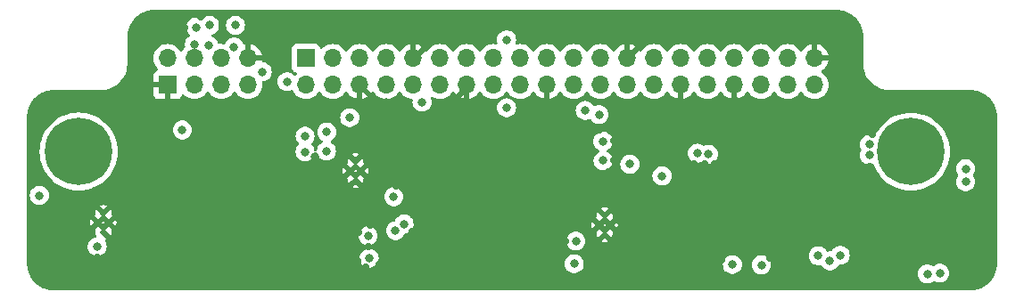
<source format=gbr>
%TF.GenerationSoftware,KiCad,Pcbnew,7.0.8*%
%TF.CreationDate,2024-02-06T22:23:07+01:00*%
%TF.ProjectId,HatV3,48617456-332e-46b6-9963-61645f706362,V2*%
%TF.SameCoordinates,Original*%
%TF.FileFunction,Copper,L2,Inr*%
%TF.FilePolarity,Positive*%
%FSLAX46Y46*%
G04 Gerber Fmt 4.6, Leading zero omitted, Abs format (unit mm)*
G04 Created by KiCad (PCBNEW 7.0.8) date 2024-02-06 22:23:07*
%MOMM*%
%LPD*%
G01*
G04 APERTURE LIST*
%TA.AperFunction,ComponentPad*%
%ADD10R,1.700000X1.700000*%
%TD*%
%TA.AperFunction,ComponentPad*%
%ADD11O,1.700000X1.700000*%
%TD*%
%TA.AperFunction,ComponentPad*%
%ADD12C,0.500000*%
%TD*%
%TA.AperFunction,ComponentPad*%
%ADD13C,0.800000*%
%TD*%
%TA.AperFunction,ComponentPad*%
%ADD14C,6.400000*%
%TD*%
%TA.AperFunction,ViaPad*%
%ADD15C,0.800000*%
%TD*%
%TA.AperFunction,ViaPad*%
%ADD16C,0.700000*%
%TD*%
%TA.AperFunction,Conductor*%
%ADD17C,0.500000*%
%TD*%
G04 APERTURE END LIST*
D10*
%TO.N,+3V3*%
%TO.C,J5*%
X126970438Y-95045962D03*
D11*
%TO.N,+5V*%
X126970438Y-97585962D03*
%TO.N,/I2C_GP5_DAT*%
X129510438Y-95045962D03*
%TO.N,+5V*%
X129510438Y-97585962D03*
%TO.N,/I2C_GP5_CLK*%
X132050438Y-95045962D03*
%TO.N,GND*%
X132050438Y-97585962D03*
%TO.N,/MCLK05*%
X134590438Y-95045962D03*
%TO.N,/UART1_TX*%
X134590438Y-97585962D03*
%TO.N,GND*%
X137130438Y-95045962D03*
%TO.N,/UART1_RX*%
X137130438Y-97585962D03*
%TO.N,/UART1_RTS*%
X139670438Y-95045962D03*
%TO.N,/I2S2_CLK*%
X139670438Y-97585962D03*
%TO.N,/PWM01*%
X142210438Y-95045962D03*
%TO.N,GND*%
X142210438Y-97585962D03*
%TO.N,/GPIO27_PWM2*%
X144750438Y-95045962D03*
%TO.N,/GPIO8_AO_DMIC_IN_DAT*%
X144750438Y-97585962D03*
%TO.N,+3V3*%
X147290438Y-95045962D03*
%TO.N,/GPIO35_PWM3*%
X147290438Y-97585962D03*
%TO.N,/SPI1_MOSI*%
X149830438Y-95045962D03*
%TO.N,GND*%
X149830438Y-97585962D03*
%TO.N,/SPI1_MISO*%
X152370438Y-95045962D03*
%TO.N,/GPIO17_40HEADER*%
X152370438Y-97585962D03*
%TO.N,/SPI1_SCK*%
X154910438Y-95045962D03*
%TO.N,/SPI1_CS0*%
X154910438Y-97585962D03*
%TO.N,GND*%
X157450438Y-95045962D03*
%TO.N,/SPI1_CS1*%
X157450438Y-97585962D03*
%TO.N,/I2C_GP2_DAT*%
X159990438Y-95045962D03*
%TO.N,/I2C_GP2_CLK*%
X159990438Y-97585962D03*
%TO.N,/CAN0_DIN*%
X162530438Y-95045962D03*
%TO.N,GND*%
X162530438Y-97585962D03*
%TO.N,/CAN0_DOUT*%
X165070438Y-95045962D03*
%TO.N,/GPIO9_CAN1_GPIO0_DMIC_CLK*%
X165070438Y-97585962D03*
%TO.N,/CAN1_DOUT*%
X167610438Y-95045962D03*
%TO.N,GND*%
X167610438Y-97585962D03*
%TO.N,/I2S_FS*%
X170150438Y-95045962D03*
%TO.N,/UART1_CTS*%
X170150438Y-97585962D03*
%TO.N,/CAN1_DIN*%
X172690438Y-95045962D03*
%TO.N,/I2S_SDIN*%
X172690438Y-97585962D03*
%TO.N,GND*%
X175230438Y-95045962D03*
%TO.N,/I2S_SDOUT*%
X175230438Y-97585962D03*
%TD*%
D12*
%TO.N,GND*%
%TO.C,U1*%
X107226422Y-110681222D03*
X107726422Y-109781222D03*
X107726422Y-111581222D03*
X108226422Y-110681222D03*
%TD*%
%TO.N,GND*%
%TO.C,U7*%
X154803978Y-110903578D03*
X155303978Y-110003578D03*
X155303978Y-111803578D03*
X155803978Y-110903578D03*
%TD*%
D13*
%TO.N,N/C*%
%TO.C,H1*%
X102980438Y-103923800D03*
X103683382Y-102226744D03*
X103683382Y-105620856D03*
X105380438Y-101523800D03*
D14*
X105380438Y-103923800D03*
D13*
X105380438Y-106323800D03*
X107077494Y-102226744D03*
X107077494Y-105620856D03*
X107780438Y-103923800D03*
%TD*%
D12*
%TO.N,GND*%
%TO.C,U3*%
X131160022Y-105755022D03*
X131660022Y-104855022D03*
X131660022Y-106655022D03*
X132160022Y-105755022D03*
%TD*%
D13*
%TO.N,N/C*%
%TO.C,H2*%
X181979438Y-103935962D03*
X182682382Y-102238906D03*
X182682382Y-105633018D03*
X184379438Y-101535962D03*
D14*
X184379438Y-103935962D03*
D13*
X184379438Y-106335962D03*
X186076494Y-102238906D03*
X186076494Y-105633018D03*
X186779438Y-103935962D03*
%TD*%
D10*
%TO.N,GND*%
%TO.C,J6*%
X113818238Y-97585962D03*
D11*
%TO.N,/I2C_GP5_DAT*%
X113818238Y-95045962D03*
%TO.N,/I2C_GP5_CLK*%
X116358238Y-97585962D03*
%TO.N,/PWM01*%
X116358238Y-95045962D03*
%TO.N,/GPIO27_PWM2*%
X118898238Y-97585962D03*
%TO.N,/GPIO35_PWM3*%
X118898238Y-95045962D03*
%TO.N,/GPIO8_AO_DMIC_IN_DAT*%
X121438238Y-97585962D03*
%TO.N,GND*%
X121438238Y-95045962D03*
%TD*%
D15*
%TO.N,+5V*%
X135280400Y-108229400D03*
X152425400Y-114597500D03*
X107137200Y-112979200D03*
D16*
%TO.N,GND*%
X143459200Y-107731300D03*
X116535200Y-105105200D03*
D15*
X127787400Y-104419400D03*
X109067600Y-99085400D03*
D16*
X132918200Y-112953800D03*
X162128200Y-106959400D03*
X139217400Y-99212400D03*
D15*
X157361254Y-114597500D03*
D16*
X163068000Y-108864400D03*
X114655600Y-105765600D03*
X142265400Y-101574600D03*
X166395400Y-114198400D03*
X134391400Y-107213400D03*
X129743200Y-108966000D03*
X153847800Y-101904800D03*
X115595400Y-105105200D03*
D15*
X147828000Y-101295200D03*
D16*
X180441600Y-105308400D03*
X129768600Y-110007400D03*
X119202200Y-106070400D03*
X175107600Y-102082600D03*
X128346200Y-114757200D03*
X171907200Y-109829600D03*
X122809000Y-111912400D03*
X167563800Y-108458000D03*
D15*
X149453600Y-100076000D03*
D16*
X118338600Y-105968800D03*
X177368200Y-101803200D03*
X124155200Y-108371922D03*
X113614200Y-111683800D03*
X168173400Y-109067600D03*
X177876200Y-109194600D03*
D15*
X111048800Y-97561400D03*
D16*
X102641400Y-107340400D03*
X166928800Y-107899200D03*
D15*
X171297600Y-99364800D03*
D16*
X176301400Y-101828600D03*
X132609926Y-114943815D03*
X152044400Y-100990400D03*
X143154400Y-102158800D03*
D15*
X134086600Y-109000303D03*
D16*
X127787400Y-114020600D03*
X115468400Y-92100400D03*
X127787400Y-101625400D03*
X163093400Y-113233200D03*
X124968000Y-113919000D03*
X116484400Y-114833400D03*
D15*
X191465200Y-103124000D03*
D16*
X124307600Y-105257600D03*
X130962400Y-111556800D03*
X178587400Y-105841800D03*
X163195000Y-110871000D03*
D15*
X189128400Y-115595400D03*
D16*
X151815800Y-107238800D03*
X151587200Y-102362000D03*
D15*
X149656800Y-113741200D03*
D16*
X113334800Y-109575600D03*
D15*
X140995400Y-99085400D03*
D16*
X170357478Y-105079800D03*
X147599400Y-103327200D03*
X176326800Y-107264200D03*
X119024400Y-91973400D03*
X173177200Y-104648000D03*
X131902200Y-114325400D03*
X172059600Y-108381800D03*
X114376200Y-109448600D03*
X142595600Y-108585000D03*
X138506200Y-104622600D03*
X134137400Y-111658400D03*
X176682400Y-106349800D03*
X121031000Y-107950000D03*
X153822400Y-114579400D03*
D15*
X172643800Y-100761800D03*
D16*
X179019200Y-110159800D03*
X114630200Y-106781600D03*
D15*
X142265400Y-110693200D03*
D16*
X137058400Y-111531400D03*
X127787400Y-110185200D03*
X140055600Y-103047800D03*
X125476000Y-105130600D03*
D15*
X158724600Y-93827600D03*
X144297400Y-109829600D03*
D16*
X114858800Y-108534200D03*
X170662600Y-111201200D03*
X121818400Y-111785400D03*
X114528600Y-112090200D03*
X131216400Y-103301800D03*
X177546000Y-105867200D03*
X173964600Y-102793800D03*
X173507400Y-111734600D03*
X142189200Y-109601000D03*
D15*
X191592200Y-105918000D03*
D16*
X119024400Y-107950000D03*
X147574000Y-108026200D03*
D15*
X177190400Y-100279200D03*
D16*
X129007814Y-107290522D03*
X176733200Y-108356400D03*
X126644400Y-105156000D03*
X120904000Y-109626400D03*
X166344600Y-105867200D03*
D15*
X148082000Y-113665000D03*
D16*
X126949200Y-111963200D03*
X166243000Y-112268000D03*
D15*
X112623600Y-100660200D03*
D16*
X130962400Y-114325400D03*
D15*
X160324800Y-109169200D03*
X110896400Y-95046800D03*
X168402000Y-104980878D03*
D16*
X120065800Y-108915200D03*
X152679400Y-102006400D03*
X148818600Y-105181400D03*
X130200400Y-114960400D03*
D15*
X177571400Y-103809800D03*
D16*
X138785600Y-108026200D03*
X139242800Y-103886000D03*
X165735000Y-105130600D03*
X144551400Y-99720400D03*
X117627400Y-114884200D03*
X188112400Y-116484400D03*
X162179000Y-107975400D03*
X174167800Y-104622600D03*
D15*
X113233200Y-92100400D03*
D16*
X137566400Y-104876600D03*
X155702000Y-105867200D03*
D15*
X148132800Y-110744000D03*
D16*
X156210000Y-104775000D03*
X126009400Y-111937800D03*
D15*
X106832400Y-98882200D03*
D16*
X166192200Y-109448600D03*
D15*
X101955600Y-99517200D03*
D16*
X176682400Y-110159800D03*
D15*
X174955200Y-100304600D03*
D16*
X138328400Y-107086400D03*
X161544000Y-109956600D03*
X133934200Y-114681000D03*
X148285200Y-108762800D03*
X137439400Y-106756200D03*
X156210000Y-103911400D03*
X148488400Y-102895400D03*
X114706400Y-107619800D03*
X107137200Y-114020600D03*
X170357478Y-107746800D03*
X131953000Y-111582200D03*
X169849800Y-111683800D03*
X166928800Y-110921800D03*
X169291000Y-105918000D03*
X123291600Y-105740200D03*
X121234200Y-105994200D03*
X177850800Y-111150400D03*
X120167400Y-106019600D03*
X178993800Y-112064800D03*
X163855400Y-111709200D03*
X115773200Y-113766600D03*
X168859200Y-109728000D03*
D15*
X150774400Y-100736400D03*
X190627000Y-114020600D03*
D16*
X122301000Y-105968800D03*
D15*
X141097000Y-114173000D03*
D16*
X123113800Y-107975400D03*
X168376600Y-105867200D03*
X135534400Y-107213400D03*
X118592600Y-114096800D03*
X163830000Y-105079800D03*
X164795200Y-105054400D03*
D15*
X144297400Y-111252000D03*
D16*
X176733200Y-112090200D03*
D15*
X104317800Y-98882200D03*
D16*
X150495000Y-102819200D03*
X171297600Y-110540800D03*
X172262800Y-104876600D03*
X116006543Y-101020543D03*
D15*
X183921400Y-113868200D03*
D16*
X122885200Y-109728000D03*
X151841200Y-108254800D03*
X141173200Y-101549200D03*
X180695600Y-102285800D03*
X179603400Y-105841800D03*
X127889000Y-111937800D03*
X129692400Y-100228400D03*
X178511200Y-101777800D03*
X121869200Y-109702600D03*
X146735800Y-108051600D03*
X153466800Y-106045000D03*
X124129800Y-113284000D03*
X156210000Y-102920800D03*
X122148600Y-107975400D03*
D15*
X149656800Y-112369600D03*
D16*
X152450800Y-106248200D03*
X155879800Y-101930200D03*
D15*
X156286200Y-106883200D03*
D16*
X126009400Y-114020600D03*
X123418600Y-112598200D03*
X170307000Y-105968800D03*
D15*
X148132800Y-112318800D03*
X110667800Y-100634800D03*
D16*
X145643600Y-107924600D03*
X162229800Y-109448600D03*
D15*
X104038400Y-113131600D03*
D16*
X138811000Y-109220000D03*
X116992400Y-91084400D03*
D15*
X141122400Y-112369600D03*
D16*
X169595800Y-109245400D03*
D15*
X111074200Y-92532200D03*
D16*
X167259000Y-105943400D03*
X154838400Y-101904800D03*
X163982400Y-110134400D03*
D15*
X188899800Y-99466400D03*
D16*
X127762000Y-109220000D03*
D15*
X134594600Y-99212400D03*
X138328400Y-93980000D03*
D16*
X123977400Y-110058200D03*
X120065800Y-107924600D03*
X161518600Y-111937800D03*
X170967400Y-114071400D03*
X187528200Y-109423200D03*
X144576800Y-107873800D03*
X162356800Y-112547400D03*
X170205400Y-108585000D03*
X179019200Y-108356400D03*
X151587200Y-112486000D03*
X126847600Y-114020600D03*
X120929400Y-111785400D03*
D15*
X146253200Y-109778800D03*
D16*
X119481600Y-110769400D03*
X129870200Y-111048800D03*
D15*
X165023800Y-101727000D03*
D16*
X117500400Y-105156000D03*
X163728400Y-113919000D03*
X149479000Y-102819200D03*
X154533600Y-106019600D03*
D15*
X149453600Y-101422200D03*
D16*
X115239800Y-112852200D03*
X179781200Y-101803200D03*
X133045200Y-110947200D03*
D15*
X146202400Y-111226600D03*
D16*
X112445800Y-109042200D03*
X162280600Y-105892600D03*
X129235200Y-114960400D03*
X140233400Y-101955600D03*
X129565400Y-108077000D03*
X172821600Y-102819200D03*
X171526200Y-102819200D03*
D15*
X143154400Y-105841800D03*
%TO.N,+3V3*%
X185929396Y-115571396D03*
X189585600Y-105562400D03*
X152577800Y-112445800D03*
X157708600Y-105130600D03*
X175590200Y-113842800D03*
X189585600Y-106807000D03*
X128905000Y-103880700D03*
X128930400Y-102081700D03*
X187121800Y-115493800D03*
%TO.N,/I2C_GP5_CLK*%
X122809000Y-96342200D03*
%TO.N,/UART1_TX*%
X137972800Y-99237800D03*
X136271000Y-110820200D03*
%TO.N,/UART1_RX*%
X135458200Y-111455200D03*
%TO.N,/PWM01*%
X116509800Y-92100400D03*
X116382800Y-93726000D03*
%TO.N,/GPIO27_PWM2*%
X117729000Y-93853000D03*
X117805200Y-91926500D03*
%TO.N,/GPIO8_AO_DMIC_IN_DAT*%
X125171200Y-97282000D03*
%TO.N,/GPIO35_PWM3*%
X120142000Y-93980000D03*
X120272110Y-91926500D03*
%TO.N,/SPI1_MISO*%
X153466800Y-100025200D03*
%TO.N,/GPIO17_40HEADER*%
X165160393Y-104177936D03*
%TO.N,/SPI1_CS0*%
X154787600Y-100419900D03*
%TO.N,/CAN0_DIN*%
X145999200Y-99771200D03*
X101650800Y-108102400D03*
X115229452Y-101869052D03*
%TO.N,/CAN0_DOUT*%
X131114800Y-100711000D03*
X126873000Y-103962200D03*
X126873000Y-102463600D03*
X145999200Y-93299900D03*
%TO.N,/CAN1_DIN*%
X170197927Y-114712516D03*
X167436800Y-114680878D03*
%TO.N,/RS232 to UART/RIN1*%
X177673000Y-113792000D03*
%TO.N,/RS232 to UART/DOUT1*%
X176682400Y-114325400D03*
%TO.N,/CAN BUS SPI/CHS-*%
X180448393Y-104271185D03*
%TO.N,/CAN BUS SPI/CHS+*%
X180448393Y-103271185D03*
%TO.N,/CAN BUS SPI/RDX_SPI*%
X160756600Y-106248200D03*
X164109400Y-104089200D03*
%TO.N,/CAN BUS 0/CH0+*%
X132856422Y-111952222D03*
%TO.N,/CAN BUS 0/CH0-*%
X132958022Y-114060422D03*
%TO.N,/CAN BUS 1/CH1+*%
X155143200Y-102946200D03*
%TO.N,/CAN BUS 1/CH1-*%
X155168600Y-104795700D03*
%TD*%
D17*
%TO.N,GND*%
X137130438Y-95045962D02*
X137262438Y-95045962D01*
X132050438Y-97585962D02*
X133676876Y-99212400D01*
X168173400Y-99364800D02*
X171297600Y-99364800D01*
X149830438Y-97585962D02*
X149830438Y-99699162D01*
X157506238Y-95045962D02*
X158724600Y-93827600D01*
X167610438Y-97585962D02*
X167610438Y-98801838D01*
X167970200Y-99161600D02*
X168173400Y-99364800D01*
X157450438Y-95045962D02*
X157506238Y-95045962D01*
X167610438Y-98801838D02*
X167970200Y-99161600D01*
X149830438Y-99699162D02*
X149453600Y-100076000D01*
X142210438Y-97585962D02*
X142210438Y-97870362D01*
X133676876Y-99212400D02*
X134594600Y-99212400D01*
X142210438Y-97870362D02*
X140995400Y-99085400D01*
X137262438Y-95045962D02*
X138328400Y-93980000D01*
%TD*%
%TA.AperFunction,Conductor*%
%TO.N,GND*%
G36*
X177319137Y-90449998D02*
G01*
X177352441Y-90451867D01*
X177433003Y-90456392D01*
X177605091Y-90466801D01*
X177611697Y-90467560D01*
X177683307Y-90479727D01*
X177747743Y-90490677D01*
X177840862Y-90507740D01*
X177896627Y-90517960D01*
X177902598Y-90519363D01*
X178039432Y-90558784D01*
X178180250Y-90602665D01*
X178185492Y-90604564D01*
X178318820Y-90659791D01*
X178452009Y-90719734D01*
X178456547Y-90722005D01*
X178529621Y-90762391D01*
X178583822Y-90792347D01*
X178583839Y-90792356D01*
X178708335Y-90867617D01*
X178712139Y-90870111D01*
X178830126Y-90953827D01*
X178832472Y-90955576D01*
X178922361Y-91026000D01*
X178945732Y-91044310D01*
X178948809Y-91046886D01*
X179056830Y-91143418D01*
X179059357Y-91145808D01*
X179160990Y-91247441D01*
X179163380Y-91249968D01*
X179259912Y-91357989D01*
X179262488Y-91361066D01*
X179351211Y-91474312D01*
X179352971Y-91476672D01*
X179436687Y-91594659D01*
X179439181Y-91598463D01*
X179514443Y-91722960D01*
X179584793Y-91850251D01*
X179587068Y-91854798D01*
X179647009Y-91987981D01*
X179702231Y-92121299D01*
X179704144Y-92126583D01*
X179727033Y-92200034D01*
X179748031Y-92267421D01*
X179787432Y-92404190D01*
X179788840Y-92410181D01*
X179816122Y-92559056D01*
X179839235Y-92695083D01*
X179839999Y-92701730D01*
X179850412Y-92873875D01*
X179856802Y-92987663D01*
X179856900Y-92991141D01*
X179856900Y-95672077D01*
X179888845Y-95955605D01*
X179888847Y-95955617D01*
X179888848Y-95955620D01*
X179893024Y-95973915D01*
X179952342Y-96233808D01*
X179952346Y-96233820D01*
X180046583Y-96503132D01*
X180046592Y-96503154D01*
X180170387Y-96760218D01*
X180170391Y-96760224D01*
X180322203Y-97001831D01*
X180500111Y-97224921D01*
X180701879Y-97426689D01*
X180924969Y-97604597D01*
X181044425Y-97679656D01*
X181166581Y-97756412D01*
X181423645Y-97880207D01*
X181423654Y-97880210D01*
X181423661Y-97880214D01*
X181423667Y-97880216D01*
X181692979Y-97974453D01*
X181692991Y-97974457D01*
X181971180Y-98037952D01*
X181971189Y-98037953D01*
X181971194Y-98037954D01*
X182149059Y-98057994D01*
X182254723Y-98069899D01*
X182254726Y-98069900D01*
X182254729Y-98069900D01*
X182397301Y-98069900D01*
X190015660Y-98069900D01*
X190019137Y-98069998D01*
X190052441Y-98071867D01*
X190133003Y-98076392D01*
X190305091Y-98086801D01*
X190311697Y-98087560D01*
X190383307Y-98099727D01*
X190447743Y-98110677D01*
X190540862Y-98127740D01*
X190596627Y-98137960D01*
X190602598Y-98139363D01*
X190739432Y-98178784D01*
X190880250Y-98222665D01*
X190885492Y-98224564D01*
X191018820Y-98279791D01*
X191152009Y-98339734D01*
X191156547Y-98342005D01*
X191210152Y-98371631D01*
X191283822Y-98412347D01*
X191283839Y-98412356D01*
X191408335Y-98487617D01*
X191412138Y-98490110D01*
X191429096Y-98502143D01*
X191530126Y-98573827D01*
X191532472Y-98575576D01*
X191594366Y-98624067D01*
X191645732Y-98664310D01*
X191648809Y-98666886D01*
X191756830Y-98763418D01*
X191759357Y-98765808D01*
X191860990Y-98867441D01*
X191863380Y-98869968D01*
X191959912Y-98977989D01*
X191962488Y-98981066D01*
X192051211Y-99094312D01*
X192052971Y-99096672D01*
X192136687Y-99214659D01*
X192139181Y-99218463D01*
X192214443Y-99342960D01*
X192284793Y-99470251D01*
X192287068Y-99474798D01*
X192347009Y-99607981D01*
X192402231Y-99741299D01*
X192404144Y-99746583D01*
X192424062Y-99810500D01*
X192448031Y-99887421D01*
X192487432Y-100024190D01*
X192488840Y-100030181D01*
X192516122Y-100179056D01*
X192539235Y-100315083D01*
X192539999Y-100321730D01*
X192550412Y-100493875D01*
X192556802Y-100607663D01*
X192556900Y-100611141D01*
X192556900Y-114577658D01*
X192556802Y-114581136D01*
X192550412Y-114694924D01*
X192539999Y-114867068D01*
X192539235Y-114873715D01*
X192516122Y-115009743D01*
X192488840Y-115158617D01*
X192487432Y-115164608D01*
X192448025Y-115301401D01*
X192404144Y-115442215D01*
X192402231Y-115447499D01*
X192347009Y-115580818D01*
X192287068Y-115714000D01*
X192284794Y-115718547D01*
X192214443Y-115845839D01*
X192139181Y-115970336D01*
X192136687Y-115974139D01*
X192052971Y-116092126D01*
X192051211Y-116094486D01*
X191962488Y-116207732D01*
X191959912Y-116210809D01*
X191863380Y-116318830D01*
X191860990Y-116321357D01*
X191759357Y-116422990D01*
X191756830Y-116425380D01*
X191648809Y-116521912D01*
X191645732Y-116524488D01*
X191532486Y-116613211D01*
X191530126Y-116614971D01*
X191412139Y-116698687D01*
X191408336Y-116701181D01*
X191283839Y-116776443D01*
X191156547Y-116846794D01*
X191152000Y-116849068D01*
X191018818Y-116909009D01*
X190885499Y-116964231D01*
X190880215Y-116966144D01*
X190762631Y-117002785D01*
X190739390Y-117010027D01*
X190602608Y-117049432D01*
X190596617Y-117050840D01*
X190447743Y-117078122D01*
X190311715Y-117101235D01*
X190305068Y-117101999D01*
X190132924Y-117112412D01*
X190019136Y-117118802D01*
X190015658Y-117118900D01*
X103024142Y-117118900D01*
X103020665Y-117118802D01*
X102906875Y-117112412D01*
X102734730Y-117101999D01*
X102728083Y-117101235D01*
X102592056Y-117078122D01*
X102443181Y-117050840D01*
X102437190Y-117049432D01*
X102300421Y-117010031D01*
X102233034Y-116989033D01*
X102159583Y-116966144D01*
X102154299Y-116964231D01*
X102020981Y-116909009D01*
X101887798Y-116849068D01*
X101883251Y-116846793D01*
X101755960Y-116776443D01*
X101631463Y-116701181D01*
X101627659Y-116698687D01*
X101509672Y-116614971D01*
X101507312Y-116613211D01*
X101394066Y-116524488D01*
X101390989Y-116521912D01*
X101282968Y-116425380D01*
X101280441Y-116422990D01*
X101178808Y-116321357D01*
X101176418Y-116318830D01*
X101079886Y-116210809D01*
X101077310Y-116207732D01*
X101045154Y-116166688D01*
X100988576Y-116094472D01*
X100986827Y-116092126D01*
X100903111Y-115974139D01*
X100900617Y-115970335D01*
X100825356Y-115845839D01*
X100755005Y-115718547D01*
X100752730Y-115714000D01*
X100692790Y-115580818D01*
X100676719Y-115542020D01*
X100637564Y-115447492D01*
X100635665Y-115442250D01*
X100591775Y-115301401D01*
X100552363Y-115164598D01*
X100550960Y-115158627D01*
X100529071Y-115039181D01*
X100523677Y-115009743D01*
X100508694Y-114921566D01*
X100500560Y-114873697D01*
X100499801Y-114867091D01*
X100489392Y-114695003D01*
X100485026Y-114617267D01*
X100482998Y-114581136D01*
X100482900Y-114577659D01*
X100482900Y-114060422D01*
X132052562Y-114060422D01*
X132072348Y-114248678D01*
X132072349Y-114248681D01*
X132130840Y-114428699D01*
X132130843Y-114428706D01*
X132225489Y-114592638D01*
X132331390Y-114710253D01*
X132352151Y-114733310D01*
X132505287Y-114844570D01*
X132505292Y-114844573D01*
X132678214Y-114921564D01*
X132678219Y-114921566D01*
X132863376Y-114960922D01*
X132863377Y-114960922D01*
X133052666Y-114960922D01*
X133052668Y-114960922D01*
X133237825Y-114921566D01*
X133410752Y-114844573D01*
X133563893Y-114733310D01*
X133686177Y-114597500D01*
X151519940Y-114597500D01*
X151539726Y-114785756D01*
X151540210Y-114787245D01*
X151598218Y-114965777D01*
X151598221Y-114965784D01*
X151692867Y-115129716D01*
X151796428Y-115244732D01*
X151819529Y-115270388D01*
X151972665Y-115381648D01*
X151972670Y-115381651D01*
X152145592Y-115458642D01*
X152145597Y-115458644D01*
X152330754Y-115498000D01*
X152330755Y-115498000D01*
X152520044Y-115498000D01*
X152520046Y-115498000D01*
X152705203Y-115458644D01*
X152878130Y-115381651D01*
X153031271Y-115270388D01*
X153157933Y-115129716D01*
X153252579Y-114965784D01*
X153311074Y-114785756D01*
X153322097Y-114680878D01*
X166531340Y-114680878D01*
X166551126Y-114869134D01*
X166551127Y-114869137D01*
X166609618Y-115049155D01*
X166609621Y-115049162D01*
X166704267Y-115213094D01*
X166787506Y-115305540D01*
X166830929Y-115353766D01*
X166984065Y-115465026D01*
X166984070Y-115465029D01*
X167156992Y-115542020D01*
X167156997Y-115542022D01*
X167342154Y-115581378D01*
X167342155Y-115581378D01*
X167531444Y-115581378D01*
X167531446Y-115581378D01*
X167716603Y-115542022D01*
X167889530Y-115465029D01*
X168042671Y-115353766D01*
X168169333Y-115213094D01*
X168263979Y-115049162D01*
X168322474Y-114869134D01*
X168338935Y-114712516D01*
X169292467Y-114712516D01*
X169312253Y-114900772D01*
X169312254Y-114900775D01*
X169370745Y-115080793D01*
X169370748Y-115080800D01*
X169465394Y-115244732D01*
X169520146Y-115305540D01*
X169592056Y-115385404D01*
X169745192Y-115496664D01*
X169745197Y-115496667D01*
X169918119Y-115573658D01*
X169918124Y-115573660D01*
X170103281Y-115613016D01*
X170103282Y-115613016D01*
X170292571Y-115613016D01*
X170292573Y-115613016D01*
X170477730Y-115573660D01*
X170482815Y-115571396D01*
X185023936Y-115571396D01*
X185043722Y-115759652D01*
X185043723Y-115759655D01*
X185102214Y-115939673D01*
X185102217Y-115939680D01*
X185196863Y-116103612D01*
X185293384Y-116210809D01*
X185323525Y-116244284D01*
X185476661Y-116355544D01*
X185476666Y-116355547D01*
X185649588Y-116432538D01*
X185649593Y-116432540D01*
X185834750Y-116471896D01*
X185834751Y-116471896D01*
X186024040Y-116471896D01*
X186024042Y-116471896D01*
X186209199Y-116432540D01*
X186382126Y-116355547D01*
X186506115Y-116265463D01*
X186571919Y-116241985D01*
X186639972Y-116257810D01*
X186651882Y-116265464D01*
X186669066Y-116277948D01*
X186669070Y-116277951D01*
X186841992Y-116354942D01*
X186841997Y-116354944D01*
X187027154Y-116394300D01*
X187027155Y-116394300D01*
X187216444Y-116394300D01*
X187216446Y-116394300D01*
X187401603Y-116354944D01*
X187574530Y-116277951D01*
X187727671Y-116166688D01*
X187854333Y-116026016D01*
X187948979Y-115862084D01*
X188007474Y-115682056D01*
X188027260Y-115493800D01*
X188007474Y-115305544D01*
X187948979Y-115125516D01*
X187854333Y-114961584D01*
X187727671Y-114820912D01*
X187727670Y-114820911D01*
X187574534Y-114709651D01*
X187574529Y-114709648D01*
X187401607Y-114632657D01*
X187401602Y-114632655D01*
X187255801Y-114601665D01*
X187216446Y-114593300D01*
X187027154Y-114593300D01*
X186994697Y-114600198D01*
X186841997Y-114632655D01*
X186841992Y-114632657D01*
X186669070Y-114709648D01*
X186669066Y-114709650D01*
X186545080Y-114799731D01*
X186479274Y-114823210D01*
X186411220Y-114807384D01*
X186399311Y-114799730D01*
X186382130Y-114787247D01*
X186382125Y-114787244D01*
X186209203Y-114710253D01*
X186209198Y-114710251D01*
X186061708Y-114678902D01*
X186024042Y-114670896D01*
X185834750Y-114670896D01*
X185802293Y-114677794D01*
X185649593Y-114710251D01*
X185649588Y-114710253D01*
X185476666Y-114787244D01*
X185476661Y-114787247D01*
X185323525Y-114898507D01*
X185196862Y-115039181D01*
X185102217Y-115203111D01*
X185102214Y-115203118D01*
X185044206Y-115381651D01*
X185043722Y-115383140D01*
X185023936Y-115571396D01*
X170482815Y-115571396D01*
X170650657Y-115496667D01*
X170803798Y-115385404D01*
X170930460Y-115244732D01*
X171025106Y-115080800D01*
X171083601Y-114900772D01*
X171103387Y-114712516D01*
X171083601Y-114524260D01*
X171025106Y-114344232D01*
X170930460Y-114180300D01*
X170803798Y-114039628D01*
X170760252Y-114007990D01*
X170650661Y-113928367D01*
X170650656Y-113928364D01*
X170477734Y-113851373D01*
X170477729Y-113851371D01*
X170437404Y-113842800D01*
X174684740Y-113842800D01*
X174704526Y-114031056D01*
X174704527Y-114031059D01*
X174763018Y-114211077D01*
X174763021Y-114211084D01*
X174857667Y-114375016D01*
X174963557Y-114492618D01*
X174984329Y-114515688D01*
X175137465Y-114626948D01*
X175137470Y-114626951D01*
X175310392Y-114703942D01*
X175310397Y-114703944D01*
X175495554Y-114743300D01*
X175495555Y-114743300D01*
X175684844Y-114743300D01*
X175684846Y-114743300D01*
X175773992Y-114724351D01*
X175843655Y-114729666D01*
X175899389Y-114771803D01*
X175907157Y-114783641D01*
X175949866Y-114857614D01*
X175949865Y-114857614D01*
X176076529Y-114998288D01*
X176229665Y-115109548D01*
X176229670Y-115109551D01*
X176402592Y-115186542D01*
X176402597Y-115186544D01*
X176587754Y-115225900D01*
X176587755Y-115225900D01*
X176777044Y-115225900D01*
X176777046Y-115225900D01*
X176962203Y-115186544D01*
X177135130Y-115109551D01*
X177288271Y-114998288D01*
X177414933Y-114857616D01*
X177474467Y-114754500D01*
X177525034Y-114706285D01*
X177581854Y-114692500D01*
X177767644Y-114692500D01*
X177767646Y-114692500D01*
X177952803Y-114653144D01*
X178125730Y-114576151D01*
X178278871Y-114464888D01*
X178405533Y-114324216D01*
X178500179Y-114160284D01*
X178558674Y-113980256D01*
X178578460Y-113792000D01*
X178558674Y-113603744D01*
X178500179Y-113423716D01*
X178405533Y-113259784D01*
X178278871Y-113119112D01*
X178278870Y-113119111D01*
X178125734Y-113007851D01*
X178125729Y-113007848D01*
X177952807Y-112930857D01*
X177952802Y-112930855D01*
X177807001Y-112899865D01*
X177767646Y-112891500D01*
X177578354Y-112891500D01*
X177545897Y-112898398D01*
X177393197Y-112930855D01*
X177393192Y-112930857D01*
X177220270Y-113007848D01*
X177220265Y-113007851D01*
X177067129Y-113119111D01*
X176940466Y-113259785D01*
X176880933Y-113362900D01*
X176830366Y-113411115D01*
X176773546Y-113424900D01*
X176587749Y-113424900D01*
X176498608Y-113443847D01*
X176428941Y-113438531D01*
X176373208Y-113396394D01*
X176365447Y-113384566D01*
X176322733Y-113310584D01*
X176196071Y-113169912D01*
X176126151Y-113119112D01*
X176042934Y-113058651D01*
X176042929Y-113058648D01*
X175870007Y-112981657D01*
X175870002Y-112981655D01*
X175724201Y-112950665D01*
X175684846Y-112942300D01*
X175495554Y-112942300D01*
X175463097Y-112949198D01*
X175310397Y-112981655D01*
X175310392Y-112981657D01*
X175137470Y-113058648D01*
X175137465Y-113058651D01*
X174984329Y-113169911D01*
X174857666Y-113310585D01*
X174763021Y-113474515D01*
X174763018Y-113474522D01*
X174721033Y-113603740D01*
X174704526Y-113654544D01*
X174684740Y-113842800D01*
X170437404Y-113842800D01*
X170328879Y-113819733D01*
X170292573Y-113812016D01*
X170103281Y-113812016D01*
X170070824Y-113818914D01*
X169918124Y-113851371D01*
X169918119Y-113851373D01*
X169745197Y-113928364D01*
X169745192Y-113928367D01*
X169592056Y-114039627D01*
X169465393Y-114180301D01*
X169370748Y-114344231D01*
X169370745Y-114344238D01*
X169315038Y-114515688D01*
X169312253Y-114524260D01*
X169292467Y-114712516D01*
X168338935Y-114712516D01*
X168342260Y-114680878D01*
X168322474Y-114492622D01*
X168263979Y-114312594D01*
X168169333Y-114148662D01*
X168042671Y-114007990D01*
X168042670Y-114007989D01*
X167889534Y-113896729D01*
X167889529Y-113896726D01*
X167716607Y-113819735D01*
X167716602Y-113819733D01*
X167570801Y-113788743D01*
X167531446Y-113780378D01*
X167342154Y-113780378D01*
X167309697Y-113787276D01*
X167156997Y-113819733D01*
X167156992Y-113819735D01*
X166984070Y-113896726D01*
X166984065Y-113896729D01*
X166830929Y-114007989D01*
X166704266Y-114148663D01*
X166609621Y-114312593D01*
X166609618Y-114312600D01*
X166560137Y-114464888D01*
X166551126Y-114492622D01*
X166531340Y-114680878D01*
X153322097Y-114680878D01*
X153330860Y-114597500D01*
X153311074Y-114409244D01*
X153252579Y-114229216D01*
X153157933Y-114065284D01*
X153031271Y-113924612D01*
X153031270Y-113924611D01*
X152878134Y-113813351D01*
X152878129Y-113813348D01*
X152705207Y-113736357D01*
X152705202Y-113736355D01*
X152559401Y-113705365D01*
X152520046Y-113697000D01*
X152330754Y-113697000D01*
X152298297Y-113703898D01*
X152145597Y-113736355D01*
X152145592Y-113736357D01*
X151972670Y-113813348D01*
X151972665Y-113813351D01*
X151819529Y-113924611D01*
X151692866Y-114065285D01*
X151598221Y-114229215D01*
X151598218Y-114229222D01*
X151550848Y-114375014D01*
X151539726Y-114409244D01*
X151519940Y-114597500D01*
X133686177Y-114597500D01*
X133690555Y-114592638D01*
X133785201Y-114428706D01*
X133843696Y-114248678D01*
X133863482Y-114060422D01*
X133843696Y-113872166D01*
X133785201Y-113692138D01*
X133690555Y-113528206D01*
X133563893Y-113387534D01*
X133563892Y-113387533D01*
X133410756Y-113276273D01*
X133410751Y-113276270D01*
X133237829Y-113199279D01*
X133237824Y-113199277D01*
X133088113Y-113167456D01*
X133052668Y-113159922D01*
X132863376Y-113159922D01*
X132830919Y-113166820D01*
X132678219Y-113199277D01*
X132678214Y-113199279D01*
X132505292Y-113276270D01*
X132505287Y-113276273D01*
X132352151Y-113387533D01*
X132225488Y-113528207D01*
X132130843Y-113692137D01*
X132130840Y-113692144D01*
X132079104Y-113851372D01*
X132072348Y-113872166D01*
X132052562Y-114060422D01*
X100482900Y-114060422D01*
X100482900Y-112979200D01*
X106231740Y-112979200D01*
X106251526Y-113167456D01*
X106251527Y-113167459D01*
X106310018Y-113347477D01*
X106310021Y-113347484D01*
X106404667Y-113511416D01*
X106419786Y-113528207D01*
X106531329Y-113652088D01*
X106684465Y-113763348D01*
X106684470Y-113763351D01*
X106857392Y-113840342D01*
X106857397Y-113840344D01*
X107042554Y-113879700D01*
X107042555Y-113879700D01*
X107231844Y-113879700D01*
X107231846Y-113879700D01*
X107417003Y-113840344D01*
X107589930Y-113763351D01*
X107743071Y-113652088D01*
X107869733Y-113511416D01*
X107964379Y-113347484D01*
X108022874Y-113167456D01*
X108042660Y-112979200D01*
X108022874Y-112790944D01*
X107964379Y-112610916D01*
X107886291Y-112475664D01*
X107869819Y-112407766D01*
X107892672Y-112341739D01*
X107947593Y-112298548D01*
X107952724Y-112296625D01*
X108053135Y-112261488D01*
X108053136Y-112261488D01*
X107743870Y-111952222D01*
X131950962Y-111952222D01*
X131970748Y-112140478D01*
X131970749Y-112140481D01*
X132029240Y-112320499D01*
X132029243Y-112320506D01*
X132123889Y-112484438D01*
X132237770Y-112610915D01*
X132250551Y-112625110D01*
X132403687Y-112736370D01*
X132403692Y-112736373D01*
X132576614Y-112813364D01*
X132576619Y-112813366D01*
X132761776Y-112852722D01*
X132761777Y-112852722D01*
X132951066Y-112852722D01*
X132951068Y-112852722D01*
X133136225Y-112813366D01*
X133309152Y-112736373D01*
X133462293Y-112625110D01*
X133588955Y-112484438D01*
X133611263Y-112445800D01*
X151672340Y-112445800D01*
X151692126Y-112634056D01*
X151692127Y-112634059D01*
X151750618Y-112814077D01*
X151750621Y-112814084D01*
X151845267Y-112978016D01*
X151971929Y-113118688D01*
X152125065Y-113229948D01*
X152125070Y-113229951D01*
X152297992Y-113306942D01*
X152297997Y-113306944D01*
X152483154Y-113346300D01*
X152483155Y-113346300D01*
X152672444Y-113346300D01*
X152672446Y-113346300D01*
X152857603Y-113306944D01*
X153030530Y-113229951D01*
X153183671Y-113118688D01*
X153310333Y-112978016D01*
X153404979Y-112814084D01*
X153463474Y-112634056D01*
X153479262Y-112483844D01*
X154977263Y-112483844D01*
X155136034Y-112539402D01*
X155303974Y-112558324D01*
X155303982Y-112558324D01*
X155471921Y-112539402D01*
X155630691Y-112483845D01*
X155630692Y-112483844D01*
X155303979Y-112157131D01*
X155303978Y-112157131D01*
X154977263Y-112483844D01*
X153479262Y-112483844D01*
X153483260Y-112445800D01*
X153463474Y-112257544D01*
X153404979Y-112077516D01*
X153310333Y-111913584D01*
X153183671Y-111772912D01*
X153171358Y-111763966D01*
X153030534Y-111661651D01*
X153030529Y-111661648D01*
X152857607Y-111584657D01*
X152857602Y-111584655D01*
X152853786Y-111583844D01*
X154477263Y-111583844D01*
X154477291Y-111583968D01*
X154533759Y-111624469D01*
X154559506Y-111689421D01*
X154559248Y-111714670D01*
X154549232Y-111803572D01*
X154549232Y-111803581D01*
X154568153Y-111971516D01*
X154568154Y-111971521D01*
X154623710Y-112130291D01*
X154917932Y-111836070D01*
X155203978Y-111836070D01*
X155242175Y-111888643D01*
X155288140Y-111903578D01*
X155319816Y-111903578D01*
X155365781Y-111888643D01*
X155403978Y-111836070D01*
X155403978Y-111771086D01*
X155365781Y-111718513D01*
X155319816Y-111703578D01*
X155288140Y-111703578D01*
X155242175Y-111718513D01*
X155203978Y-111771086D01*
X155203978Y-111836070D01*
X154917932Y-111836070D01*
X155150425Y-111603578D01*
X155457531Y-111603578D01*
X155984244Y-112130291D01*
X155984245Y-112130291D01*
X156039802Y-111971521D01*
X156058724Y-111803581D01*
X156058724Y-111803575D01*
X156048707Y-111714672D01*
X156060761Y-111645850D01*
X156108110Y-111594470D01*
X156130683Y-111583881D01*
X156130692Y-111583844D01*
X155803978Y-111257131D01*
X155457531Y-111603578D01*
X155150425Y-111603578D01*
X155150425Y-111603577D01*
X154803979Y-111257131D01*
X154803978Y-111257131D01*
X154477263Y-111583844D01*
X152853786Y-111583844D01*
X152711801Y-111553665D01*
X152672446Y-111545300D01*
X152483154Y-111545300D01*
X152467017Y-111548730D01*
X152297997Y-111584655D01*
X152297992Y-111584657D01*
X152125070Y-111661648D01*
X152125065Y-111661651D01*
X151971929Y-111772911D01*
X151845266Y-111913585D01*
X151750621Y-112077515D01*
X151750618Y-112077522D01*
X151712431Y-112195051D01*
X151692126Y-112257544D01*
X151672340Y-112445800D01*
X133611263Y-112445800D01*
X133683601Y-112320506D01*
X133742096Y-112140478D01*
X133761882Y-111952222D01*
X133742096Y-111763966D01*
X133683601Y-111583938D01*
X133609274Y-111455200D01*
X134552740Y-111455200D01*
X134572526Y-111643456D01*
X134572527Y-111643459D01*
X134631018Y-111823477D01*
X134631021Y-111823484D01*
X134725667Y-111987416D01*
X134806793Y-112077515D01*
X134852329Y-112128088D01*
X135005465Y-112239348D01*
X135005470Y-112239351D01*
X135178392Y-112316342D01*
X135178397Y-112316344D01*
X135363554Y-112355700D01*
X135363555Y-112355700D01*
X135552844Y-112355700D01*
X135552846Y-112355700D01*
X135738003Y-112316344D01*
X135910930Y-112239351D01*
X136064071Y-112128088D01*
X136190733Y-111987416D01*
X136285379Y-111823484D01*
X136293175Y-111799490D01*
X136332609Y-111741815D01*
X136385318Y-111716518D01*
X136550803Y-111681344D01*
X136550807Y-111681342D01*
X136550808Y-111681342D01*
X136635900Y-111643456D01*
X136723730Y-111604351D01*
X136876871Y-111493088D01*
X137003533Y-111352416D01*
X137098179Y-111188484D01*
X137156674Y-111008456D01*
X137167697Y-110903581D01*
X154049232Y-110903581D01*
X154068153Y-111071516D01*
X154068154Y-111071521D01*
X154123710Y-111230292D01*
X154417933Y-110936070D01*
X154703978Y-110936070D01*
X154742175Y-110988643D01*
X154788140Y-111003578D01*
X154819816Y-111003578D01*
X154865781Y-110988643D01*
X154903978Y-110936070D01*
X154903978Y-110903578D01*
X155157531Y-110903578D01*
X155303978Y-111050025D01*
X155417933Y-110936070D01*
X155703978Y-110936070D01*
X155742175Y-110988643D01*
X155788140Y-111003578D01*
X155819816Y-111003578D01*
X155865781Y-110988643D01*
X155903978Y-110936070D01*
X155903978Y-110903579D01*
X156157531Y-110903579D01*
X156484244Y-111230292D01*
X156484245Y-111230291D01*
X156539802Y-111071521D01*
X156558724Y-110903581D01*
X156558724Y-110903574D01*
X156539802Y-110735634D01*
X156484244Y-110576863D01*
X156157531Y-110903577D01*
X156157531Y-110903579D01*
X155903978Y-110903579D01*
X155903978Y-110871086D01*
X155865781Y-110818513D01*
X155819816Y-110803578D01*
X155788140Y-110803578D01*
X155742175Y-110818513D01*
X155703978Y-110871086D01*
X155703978Y-110936070D01*
X155417933Y-110936070D01*
X155450425Y-110903578D01*
X155303978Y-110757131D01*
X155157531Y-110903578D01*
X154903978Y-110903578D01*
X154903978Y-110871086D01*
X154865781Y-110818513D01*
X154819816Y-110803578D01*
X154788140Y-110803578D01*
X154742175Y-110818513D01*
X154703978Y-110871086D01*
X154703978Y-110936070D01*
X154417933Y-110936070D01*
X154450425Y-110903578D01*
X154123710Y-110576863D01*
X154068154Y-110735631D01*
X154068153Y-110735636D01*
X154049232Y-110903574D01*
X154049232Y-110903581D01*
X137167697Y-110903581D01*
X137176460Y-110820200D01*
X137156674Y-110631944D01*
X137098179Y-110451916D01*
X137003533Y-110287984D01*
X136945300Y-110223310D01*
X154477262Y-110223310D01*
X154803977Y-110550025D01*
X155150425Y-110203578D01*
X155457531Y-110203578D01*
X155803978Y-110550025D01*
X155803979Y-110550025D01*
X156130692Y-110223310D01*
X156130663Y-110223185D01*
X156074196Y-110182685D01*
X156048449Y-110117733D01*
X156048707Y-110092482D01*
X156058724Y-110003580D01*
X156058724Y-110003574D01*
X156039802Y-109835634D01*
X155984244Y-109676863D01*
X155457531Y-110203577D01*
X155457531Y-110203578D01*
X155150425Y-110203578D01*
X154982917Y-110036070D01*
X155203978Y-110036070D01*
X155242175Y-110088643D01*
X155288140Y-110103578D01*
X155319816Y-110103578D01*
X155365781Y-110088643D01*
X155403978Y-110036070D01*
X155403978Y-109971086D01*
X155365781Y-109918513D01*
X155319816Y-109903578D01*
X155288140Y-109903578D01*
X155242175Y-109918513D01*
X155203978Y-109971086D01*
X155203978Y-110036070D01*
X154982917Y-110036070D01*
X154623710Y-109676863D01*
X154568154Y-109835631D01*
X154568153Y-109835636D01*
X154549232Y-110003574D01*
X154549232Y-110003582D01*
X154559248Y-110092483D01*
X154547193Y-110161305D01*
X154499844Y-110212684D01*
X154477271Y-110223271D01*
X154477262Y-110223310D01*
X136945300Y-110223310D01*
X136876871Y-110147312D01*
X136836159Y-110117733D01*
X136723734Y-110036051D01*
X136723729Y-110036048D01*
X136550807Y-109959057D01*
X136550802Y-109959055D01*
X136405001Y-109928065D01*
X136365646Y-109919700D01*
X136176354Y-109919700D01*
X136143897Y-109926598D01*
X135991197Y-109959055D01*
X135991192Y-109959057D01*
X135818270Y-110036048D01*
X135818265Y-110036051D01*
X135665129Y-110147311D01*
X135538466Y-110287985D01*
X135443821Y-110451915D01*
X135443819Y-110451919D01*
X135436024Y-110475912D01*
X135396586Y-110533587D01*
X135343874Y-110558883D01*
X135178397Y-110594055D01*
X135178392Y-110594057D01*
X135005470Y-110671048D01*
X135005465Y-110671051D01*
X134852329Y-110782311D01*
X134725666Y-110922985D01*
X134631021Y-111086915D01*
X134631018Y-111086922D01*
X134598019Y-111188484D01*
X134572526Y-111266944D01*
X134552740Y-111455200D01*
X133609274Y-111455200D01*
X133588955Y-111420006D01*
X133462293Y-111279334D01*
X133445240Y-111266944D01*
X133309156Y-111168073D01*
X133309151Y-111168070D01*
X133136229Y-111091079D01*
X133136224Y-111091077D01*
X132990423Y-111060087D01*
X132951068Y-111051722D01*
X132761776Y-111051722D01*
X132729319Y-111058620D01*
X132576619Y-111091077D01*
X132576614Y-111091079D01*
X132403692Y-111168070D01*
X132403687Y-111168073D01*
X132250551Y-111279333D01*
X132123888Y-111420007D01*
X132029243Y-111583937D01*
X132029240Y-111583944D01*
X131975557Y-111749165D01*
X131970748Y-111763966D01*
X131950962Y-111952222D01*
X107743870Y-111952222D01*
X107460550Y-111668902D01*
X107430415Y-111613714D01*
X107626422Y-111613714D01*
X107664619Y-111666287D01*
X107710584Y-111681222D01*
X107742260Y-111681222D01*
X107788225Y-111666287D01*
X107826422Y-111613714D01*
X107826422Y-111548730D01*
X107788225Y-111496157D01*
X107742260Y-111481222D01*
X107710584Y-111481222D01*
X107664619Y-111496157D01*
X107626422Y-111548730D01*
X107626422Y-111613714D01*
X107430415Y-111613714D01*
X107427065Y-111607579D01*
X107432049Y-111537887D01*
X107460550Y-111493539D01*
X107572867Y-111381222D01*
X107879975Y-111381222D01*
X108406688Y-111907935D01*
X108406689Y-111907935D01*
X108462246Y-111749165D01*
X108481168Y-111581225D01*
X108481168Y-111581219D01*
X108471151Y-111492316D01*
X108483205Y-111423494D01*
X108530554Y-111372114D01*
X108553127Y-111361525D01*
X108553136Y-111361488D01*
X108226422Y-111034775D01*
X107879975Y-111381222D01*
X107572867Y-111381222D01*
X107572868Y-111381221D01*
X107226423Y-111034775D01*
X107226422Y-111034775D01*
X106899707Y-111361488D01*
X106899735Y-111361612D01*
X106956203Y-111402113D01*
X106981950Y-111467065D01*
X106981692Y-111492314D01*
X106971676Y-111581216D01*
X106971676Y-111581225D01*
X106990597Y-111749163D01*
X106990599Y-111749171D01*
X107046420Y-111908699D01*
X107049439Y-111914967D01*
X107048006Y-111915656D01*
X107064731Y-111974830D01*
X107044367Y-112041666D01*
X106991101Y-112086882D01*
X106966518Y-112094861D01*
X106857397Y-112118055D01*
X106857392Y-112118057D01*
X106684470Y-112195048D01*
X106684465Y-112195051D01*
X106531329Y-112306311D01*
X106404666Y-112446985D01*
X106310021Y-112610915D01*
X106310018Y-112610922D01*
X106269258Y-112736370D01*
X106251526Y-112790944D01*
X106231740Y-112979200D01*
X100482900Y-112979200D01*
X100482900Y-110681225D01*
X106471676Y-110681225D01*
X106490597Y-110849160D01*
X106490598Y-110849165D01*
X106546154Y-111007936D01*
X106840377Y-110713714D01*
X107126422Y-110713714D01*
X107164619Y-110766287D01*
X107210584Y-110781222D01*
X107242260Y-110781222D01*
X107288225Y-110766287D01*
X107326422Y-110713714D01*
X107326422Y-110681222D01*
X107579975Y-110681222D01*
X107726422Y-110827669D01*
X107840377Y-110713714D01*
X108126422Y-110713714D01*
X108164619Y-110766287D01*
X108210584Y-110781222D01*
X108242260Y-110781222D01*
X108288225Y-110766287D01*
X108326422Y-110713714D01*
X108326422Y-110681223D01*
X108579975Y-110681223D01*
X108906688Y-111007936D01*
X108906689Y-111007935D01*
X108962246Y-110849165D01*
X108981168Y-110681225D01*
X108981168Y-110681218D01*
X108962246Y-110513278D01*
X108906688Y-110354507D01*
X108579975Y-110681221D01*
X108579975Y-110681223D01*
X108326422Y-110681223D01*
X108326422Y-110648730D01*
X108288225Y-110596157D01*
X108242260Y-110581222D01*
X108210584Y-110581222D01*
X108164619Y-110596157D01*
X108126422Y-110648730D01*
X108126422Y-110713714D01*
X107840377Y-110713714D01*
X107872869Y-110681222D01*
X107726422Y-110534775D01*
X107579975Y-110681222D01*
X107326422Y-110681222D01*
X107326422Y-110648730D01*
X107288225Y-110596157D01*
X107242260Y-110581222D01*
X107210584Y-110581222D01*
X107164619Y-110596157D01*
X107126422Y-110648730D01*
X107126422Y-110713714D01*
X106840377Y-110713714D01*
X106872869Y-110681222D01*
X106546154Y-110354507D01*
X106490598Y-110513275D01*
X106490597Y-110513280D01*
X106471676Y-110681218D01*
X106471676Y-110681225D01*
X100482900Y-110681225D01*
X100482900Y-110000954D01*
X106899706Y-110000954D01*
X107226421Y-110327669D01*
X107572869Y-109981222D01*
X107879975Y-109981222D01*
X108226422Y-110327669D01*
X108226423Y-110327669D01*
X108553136Y-110000954D01*
X108553107Y-110000829D01*
X108496640Y-109960329D01*
X108470893Y-109895377D01*
X108471151Y-109870126D01*
X108481168Y-109781224D01*
X108481168Y-109781218D01*
X108462246Y-109613278D01*
X108406688Y-109454507D01*
X107879975Y-109981221D01*
X107879975Y-109981222D01*
X107572869Y-109981222D01*
X107405361Y-109813714D01*
X107626422Y-109813714D01*
X107664619Y-109866287D01*
X107710584Y-109881222D01*
X107742260Y-109881222D01*
X107788225Y-109866287D01*
X107826422Y-109813714D01*
X107826422Y-109748730D01*
X107788225Y-109696157D01*
X107742260Y-109681222D01*
X107710584Y-109681222D01*
X107664619Y-109696157D01*
X107626422Y-109748730D01*
X107626422Y-109813714D01*
X107405361Y-109813714D01*
X107046154Y-109454507D01*
X106990598Y-109613275D01*
X106990597Y-109613280D01*
X106971676Y-109781218D01*
X106971676Y-109781226D01*
X106981692Y-109870127D01*
X106969637Y-109938949D01*
X106922288Y-109990328D01*
X106899715Y-110000915D01*
X106899706Y-110000954D01*
X100482900Y-110000954D01*
X100482900Y-109100954D01*
X107399707Y-109100954D01*
X107726422Y-109427669D01*
X107726423Y-109427669D01*
X107830781Y-109323310D01*
X154977263Y-109323310D01*
X155303978Y-109650025D01*
X155303979Y-109650025D01*
X155630692Y-109323310D01*
X155471921Y-109267754D01*
X155471916Y-109267753D01*
X155303982Y-109248832D01*
X155303974Y-109248832D01*
X155136036Y-109267753D01*
X155136031Y-109267754D01*
X154977263Y-109323310D01*
X107830781Y-109323310D01*
X108053136Y-109100954D01*
X107894365Y-109045398D01*
X107894360Y-109045397D01*
X107726426Y-109026476D01*
X107726418Y-109026476D01*
X107558480Y-109045397D01*
X107558475Y-109045398D01*
X107399707Y-109100954D01*
X100482900Y-109100954D01*
X100482900Y-108102400D01*
X100745340Y-108102400D01*
X100765126Y-108290656D01*
X100765127Y-108290659D01*
X100823618Y-108470677D01*
X100823621Y-108470684D01*
X100918267Y-108634616D01*
X101032617Y-108761614D01*
X101044929Y-108775288D01*
X101198065Y-108886548D01*
X101198070Y-108886551D01*
X101370992Y-108963542D01*
X101370997Y-108963544D01*
X101556154Y-109002900D01*
X101556155Y-109002900D01*
X101745444Y-109002900D01*
X101745446Y-109002900D01*
X101930603Y-108963544D01*
X102103530Y-108886551D01*
X102256671Y-108775288D01*
X102383333Y-108634616D01*
X102477979Y-108470684D01*
X102536474Y-108290656D01*
X102542912Y-108229400D01*
X134374940Y-108229400D01*
X134394726Y-108417656D01*
X134394727Y-108417659D01*
X134453218Y-108597677D01*
X134453221Y-108597684D01*
X134547867Y-108761616D01*
X134660357Y-108886548D01*
X134674529Y-108902288D01*
X134827665Y-109013548D01*
X134827670Y-109013551D01*
X135000592Y-109090542D01*
X135000597Y-109090544D01*
X135185754Y-109129900D01*
X135185755Y-109129900D01*
X135375044Y-109129900D01*
X135375046Y-109129900D01*
X135560203Y-109090544D01*
X135733130Y-109013551D01*
X135886271Y-108902288D01*
X136012933Y-108761616D01*
X136107579Y-108597684D01*
X136166074Y-108417656D01*
X136185860Y-108229400D01*
X136166074Y-108041144D01*
X136107579Y-107861116D01*
X136012933Y-107697184D01*
X135886271Y-107556512D01*
X135886270Y-107556511D01*
X135733134Y-107445251D01*
X135733129Y-107445248D01*
X135560207Y-107368257D01*
X135560202Y-107368255D01*
X135405099Y-107335288D01*
X135375046Y-107328900D01*
X135185754Y-107328900D01*
X135155701Y-107335288D01*
X135000597Y-107368255D01*
X135000592Y-107368257D01*
X134827670Y-107445248D01*
X134827665Y-107445251D01*
X134674529Y-107556511D01*
X134547866Y-107697185D01*
X134453221Y-107861115D01*
X134453218Y-107861122D01*
X134394727Y-108041140D01*
X134394726Y-108041144D01*
X134374940Y-108229400D01*
X102542912Y-108229400D01*
X102556260Y-108102400D01*
X102536474Y-107914144D01*
X102477979Y-107734116D01*
X102383333Y-107570184D01*
X102256671Y-107429512D01*
X102203452Y-107390846D01*
X102103534Y-107318251D01*
X102103529Y-107318248D01*
X101930607Y-107241257D01*
X101930602Y-107241255D01*
X101784801Y-107210265D01*
X101745446Y-107201900D01*
X101556154Y-107201900D01*
X101523697Y-107208798D01*
X101370997Y-107241255D01*
X101370992Y-107241257D01*
X101198070Y-107318248D01*
X101198065Y-107318251D01*
X101044929Y-107429511D01*
X100918266Y-107570185D01*
X100823621Y-107734115D01*
X100823618Y-107734122D01*
X100765127Y-107914140D01*
X100765126Y-107914144D01*
X100745340Y-108102400D01*
X100482900Y-108102400D01*
X100482900Y-103923800D01*
X101674860Y-103923800D01*
X101695160Y-104311139D01*
X101713577Y-104427422D01*
X101755836Y-104694233D01*
X101808160Y-104889511D01*
X101856226Y-105068894D01*
X101995225Y-105430997D01*
X102171315Y-105776593D01*
X102382560Y-106101882D01*
X102598839Y-106368964D01*
X102626657Y-106403316D01*
X102900922Y-106677581D01*
X102996554Y-106755022D01*
X103202355Y-106921677D01*
X103491334Y-107109342D01*
X103527649Y-107132925D01*
X103873244Y-107309014D01*
X104235351Y-107448014D01*
X104610005Y-107548402D01*
X104993100Y-107609078D01*
X105359014Y-107628255D01*
X105380437Y-107629378D01*
X105380438Y-107629378D01*
X105380439Y-107629378D01*
X105400739Y-107628314D01*
X105767776Y-107609078D01*
X106150871Y-107548402D01*
X106525525Y-107448014D01*
X106819186Y-107335288D01*
X131333307Y-107335288D01*
X131492078Y-107390846D01*
X131660018Y-107409768D01*
X131660026Y-107409768D01*
X131827965Y-107390846D01*
X131986735Y-107335289D01*
X131986736Y-107335288D01*
X131660023Y-107008575D01*
X131660022Y-107008575D01*
X131333307Y-107335288D01*
X106819186Y-107335288D01*
X106887632Y-107309014D01*
X107233227Y-107132925D01*
X107558522Y-106921676D01*
X107859954Y-106677581D01*
X108102247Y-106435288D01*
X130833307Y-106435288D01*
X130833335Y-106435412D01*
X130889803Y-106475913D01*
X130915550Y-106540865D01*
X130915292Y-106566114D01*
X130905276Y-106655016D01*
X130905276Y-106655025D01*
X130924197Y-106822960D01*
X130924198Y-106822965D01*
X130979754Y-106981735D01*
X131273976Y-106687514D01*
X131560022Y-106687514D01*
X131598219Y-106740087D01*
X131644184Y-106755022D01*
X131675860Y-106755022D01*
X131721825Y-106740087D01*
X131760022Y-106687514D01*
X131760022Y-106622530D01*
X131721825Y-106569957D01*
X131675860Y-106555022D01*
X131644184Y-106555022D01*
X131598219Y-106569957D01*
X131560022Y-106622530D01*
X131560022Y-106687514D01*
X131273976Y-106687514D01*
X131506469Y-106455022D01*
X131813575Y-106455022D01*
X132340288Y-106981735D01*
X132340289Y-106981735D01*
X132395846Y-106822965D01*
X132414768Y-106655025D01*
X132414768Y-106655019D01*
X132404751Y-106566116D01*
X132416805Y-106497294D01*
X132464154Y-106445914D01*
X132486727Y-106435325D01*
X132486736Y-106435288D01*
X132299647Y-106248200D01*
X159851140Y-106248200D01*
X159870926Y-106436456D01*
X159870927Y-106436459D01*
X159929418Y-106616477D01*
X159929421Y-106616484D01*
X160024067Y-106780416D01*
X160150729Y-106921088D01*
X160303865Y-107032348D01*
X160303870Y-107032351D01*
X160476792Y-107109342D01*
X160476797Y-107109344D01*
X160661954Y-107148700D01*
X160661955Y-107148700D01*
X160851244Y-107148700D01*
X160851246Y-107148700D01*
X161036403Y-107109344D01*
X161209330Y-107032351D01*
X161362471Y-106921088D01*
X161489133Y-106780416D01*
X161583779Y-106616484D01*
X161642274Y-106436456D01*
X161662060Y-106248200D01*
X161642274Y-106059944D01*
X161583779Y-105879916D01*
X161489133Y-105715984D01*
X161362471Y-105575312D01*
X161362470Y-105575311D01*
X161209334Y-105464051D01*
X161209329Y-105464048D01*
X161036407Y-105387057D01*
X161036402Y-105387055D01*
X160890601Y-105356065D01*
X160851246Y-105347700D01*
X160661954Y-105347700D01*
X160629497Y-105354598D01*
X160476797Y-105387055D01*
X160476792Y-105387057D01*
X160303870Y-105464048D01*
X160303865Y-105464051D01*
X160150729Y-105575311D01*
X160024066Y-105715985D01*
X159929421Y-105879915D01*
X159929418Y-105879922D01*
X159880298Y-106031100D01*
X159870926Y-106059944D01*
X159851140Y-106248200D01*
X132299647Y-106248200D01*
X132160022Y-106108575D01*
X131813575Y-106455022D01*
X131506469Y-106455022D01*
X131506469Y-106455021D01*
X131160023Y-106108575D01*
X131160022Y-106108575D01*
X130833307Y-106435288D01*
X108102247Y-106435288D01*
X108134219Y-106403316D01*
X108378314Y-106101884D01*
X108589563Y-105776589D01*
X108600550Y-105755025D01*
X130405276Y-105755025D01*
X130424197Y-105922960D01*
X130424198Y-105922965D01*
X130479754Y-106081736D01*
X130773977Y-105787514D01*
X131060022Y-105787514D01*
X131098219Y-105840087D01*
X131144184Y-105855022D01*
X131175860Y-105855022D01*
X131221825Y-105840087D01*
X131260022Y-105787514D01*
X131260022Y-105755022D01*
X131513575Y-105755022D01*
X131660022Y-105901469D01*
X131773977Y-105787514D01*
X132060022Y-105787514D01*
X132098219Y-105840087D01*
X132144184Y-105855022D01*
X132175860Y-105855022D01*
X132221825Y-105840087D01*
X132260022Y-105787514D01*
X132260022Y-105755023D01*
X132513575Y-105755023D01*
X132840288Y-106081736D01*
X132840289Y-106081735D01*
X132895846Y-105922965D01*
X132914768Y-105755025D01*
X132914768Y-105755018D01*
X132895846Y-105587078D01*
X132840288Y-105428307D01*
X132513575Y-105755021D01*
X132513575Y-105755023D01*
X132260022Y-105755023D01*
X132260022Y-105722530D01*
X132221825Y-105669957D01*
X132175860Y-105655022D01*
X132144184Y-105655022D01*
X132098219Y-105669957D01*
X132060022Y-105722530D01*
X132060022Y-105787514D01*
X131773977Y-105787514D01*
X131806469Y-105755022D01*
X131660022Y-105608575D01*
X131513575Y-105755022D01*
X131260022Y-105755022D01*
X131260022Y-105722530D01*
X131221825Y-105669957D01*
X131175860Y-105655022D01*
X131144184Y-105655022D01*
X131098219Y-105669957D01*
X131060022Y-105722530D01*
X131060022Y-105787514D01*
X130773977Y-105787514D01*
X130806469Y-105755022D01*
X130479754Y-105428307D01*
X130424198Y-105587075D01*
X130424197Y-105587080D01*
X130405276Y-105755018D01*
X130405276Y-105755025D01*
X108600550Y-105755025D01*
X108765652Y-105430994D01*
X108902400Y-105074754D01*
X130833306Y-105074754D01*
X131160021Y-105401469D01*
X131506469Y-105055022D01*
X131813575Y-105055022D01*
X132160022Y-105401469D01*
X132160023Y-105401469D01*
X132486736Y-105074754D01*
X132486707Y-105074629D01*
X132430240Y-105034129D01*
X132404493Y-104969177D01*
X132404751Y-104943926D01*
X132414768Y-104855024D01*
X132414768Y-104855018D01*
X132395846Y-104687078D01*
X132340288Y-104528307D01*
X131813575Y-105055021D01*
X131813575Y-105055022D01*
X131506469Y-105055022D01*
X131338961Y-104887514D01*
X131560022Y-104887514D01*
X131598219Y-104940087D01*
X131644184Y-104955022D01*
X131675860Y-104955022D01*
X131721825Y-104940087D01*
X131760022Y-104887514D01*
X131760022Y-104822530D01*
X131721825Y-104769957D01*
X131675860Y-104755022D01*
X131644184Y-104755022D01*
X131598219Y-104769957D01*
X131560022Y-104822530D01*
X131560022Y-104887514D01*
X131338961Y-104887514D01*
X130979754Y-104528307D01*
X130924198Y-104687075D01*
X130924197Y-104687080D01*
X130905276Y-104855018D01*
X130905276Y-104855026D01*
X130915292Y-104943927D01*
X130903237Y-105012749D01*
X130855888Y-105064128D01*
X130833315Y-105074715D01*
X130833306Y-105074754D01*
X108902400Y-105074754D01*
X108904652Y-105068887D01*
X109005040Y-104694233D01*
X109065716Y-104311138D01*
X109084003Y-103962200D01*
X125967540Y-103962200D01*
X125987326Y-104150456D01*
X125987327Y-104150459D01*
X126045818Y-104330477D01*
X126045821Y-104330484D01*
X126140467Y-104494416D01*
X126242235Y-104607440D01*
X126267129Y-104635088D01*
X126420265Y-104746348D01*
X126420270Y-104746351D01*
X126593192Y-104823342D01*
X126593197Y-104823344D01*
X126778354Y-104862700D01*
X126778355Y-104862700D01*
X126967644Y-104862700D01*
X126967646Y-104862700D01*
X127152803Y-104823344D01*
X127325730Y-104746351D01*
X127478871Y-104635088D01*
X127605533Y-104494416D01*
X127700179Y-104330484D01*
X127758674Y-104150456D01*
X127769962Y-104043046D01*
X127796545Y-103978436D01*
X127853842Y-103938450D01*
X127923661Y-103935790D01*
X127983835Y-103971299D01*
X128015259Y-104033703D01*
X128016602Y-104043046D01*
X128019325Y-104068954D01*
X128019326Y-104068957D01*
X128077818Y-104248977D01*
X128077821Y-104248984D01*
X128172467Y-104412916D01*
X128245850Y-104494416D01*
X128299129Y-104553588D01*
X128452265Y-104664848D01*
X128452270Y-104664851D01*
X128625192Y-104741842D01*
X128625197Y-104741844D01*
X128810354Y-104781200D01*
X128810355Y-104781200D01*
X128999644Y-104781200D01*
X128999646Y-104781200D01*
X129184803Y-104741844D01*
X129357730Y-104664851D01*
X129510871Y-104553588D01*
X129637533Y-104412916D01*
X129732179Y-104248984D01*
X129756298Y-104174754D01*
X131333307Y-104174754D01*
X131660022Y-104501469D01*
X131660023Y-104501469D01*
X131986736Y-104174754D01*
X131827965Y-104119198D01*
X131827960Y-104119197D01*
X131660026Y-104100276D01*
X131660018Y-104100276D01*
X131492080Y-104119197D01*
X131492075Y-104119198D01*
X131333307Y-104174754D01*
X129756298Y-104174754D01*
X129790674Y-104068956D01*
X129810460Y-103880700D01*
X129790674Y-103692444D01*
X129732179Y-103512416D01*
X129637533Y-103348484D01*
X129510871Y-103207812D01*
X129510870Y-103207811D01*
X129357738Y-103096554D01*
X129357732Y-103096550D01*
X129357730Y-103096549D01*
X129357727Y-103096547D01*
X129353949Y-103094367D01*
X129305731Y-103043803D01*
X129292504Y-102975196D01*
X129304110Y-102946200D01*
X154237740Y-102946200D01*
X154257526Y-103134456D01*
X154257527Y-103134459D01*
X154316018Y-103314477D01*
X154316021Y-103314484D01*
X154410667Y-103478416D01*
X154537329Y-103619088D01*
X154690465Y-103730348D01*
X154690470Y-103730351D01*
X154764530Y-103763325D01*
X154817767Y-103808575D01*
X154838088Y-103875424D01*
X154819043Y-103942648D01*
X154766676Y-103988903D01*
X154764530Y-103989883D01*
X154715870Y-104011549D01*
X154715868Y-104011549D01*
X154715864Y-104011552D01*
X154562729Y-104122811D01*
X154436066Y-104263485D01*
X154341421Y-104427415D01*
X154341418Y-104427422D01*
X154285869Y-104598385D01*
X154282926Y-104607444D01*
X154263140Y-104795700D01*
X154282926Y-104983956D01*
X154282927Y-104983959D01*
X154341418Y-105163977D01*
X154341421Y-105163984D01*
X154436067Y-105327916D01*
X154489318Y-105387057D01*
X154562729Y-105468588D01*
X154715865Y-105579848D01*
X154715870Y-105579851D01*
X154888792Y-105656842D01*
X154888797Y-105656844D01*
X155073954Y-105696200D01*
X155073955Y-105696200D01*
X155263244Y-105696200D01*
X155263246Y-105696200D01*
X155448403Y-105656844D01*
X155621330Y-105579851D01*
X155774471Y-105468588D01*
X155901133Y-105327916D01*
X155995779Y-105163984D01*
X156006626Y-105130600D01*
X156803140Y-105130600D01*
X156822926Y-105318856D01*
X156822927Y-105318859D01*
X156881418Y-105498877D01*
X156881421Y-105498884D01*
X156976067Y-105662816D01*
X157059089Y-105755021D01*
X157102729Y-105803488D01*
X157255865Y-105914748D01*
X157255870Y-105914751D01*
X157428792Y-105991742D01*
X157428797Y-105991744D01*
X157613954Y-106031100D01*
X157613955Y-106031100D01*
X157803244Y-106031100D01*
X157803246Y-106031100D01*
X157988403Y-105991744D01*
X158161330Y-105914751D01*
X158314471Y-105803488D01*
X158441133Y-105662816D01*
X158535779Y-105498884D01*
X158594274Y-105318856D01*
X158614060Y-105130600D01*
X158594274Y-104942344D01*
X158535779Y-104762316D01*
X158441133Y-104598384D01*
X158314471Y-104457712D01*
X158314470Y-104457711D01*
X158161334Y-104346451D01*
X158161329Y-104346448D01*
X157988407Y-104269457D01*
X157988402Y-104269455D01*
X157842601Y-104238465D01*
X157803246Y-104230100D01*
X157613954Y-104230100D01*
X157581497Y-104236998D01*
X157428797Y-104269455D01*
X157428792Y-104269457D01*
X157255870Y-104346448D01*
X157255865Y-104346451D01*
X157102729Y-104457711D01*
X156976066Y-104598385D01*
X156881421Y-104762315D01*
X156881418Y-104762322D01*
X156833769Y-104908972D01*
X156822926Y-104942344D01*
X156803140Y-105130600D01*
X156006626Y-105130600D01*
X156054274Y-104983956D01*
X156074060Y-104795700D01*
X156054274Y-104607444D01*
X155995779Y-104427416D01*
X155901133Y-104263484D01*
X155774471Y-104122812D01*
X155769497Y-104119198D01*
X155728208Y-104089200D01*
X163203940Y-104089200D01*
X163223726Y-104277456D01*
X163223727Y-104277459D01*
X163282218Y-104457477D01*
X163282221Y-104457484D01*
X163376867Y-104621416D01*
X163485299Y-104741842D01*
X163503529Y-104762088D01*
X163656665Y-104873348D01*
X163656670Y-104873351D01*
X163829592Y-104950342D01*
X163829597Y-104950344D01*
X164014754Y-104989700D01*
X164014755Y-104989700D01*
X164204044Y-104989700D01*
X164204046Y-104989700D01*
X164389203Y-104950344D01*
X164511235Y-104896010D01*
X164580484Y-104886726D01*
X164634554Y-104908970D01*
X164691500Y-104950344D01*
X164707663Y-104962087D01*
X164880585Y-105039078D01*
X164880590Y-105039080D01*
X165065747Y-105078436D01*
X165065748Y-105078436D01*
X165255037Y-105078436D01*
X165255039Y-105078436D01*
X165440196Y-105039080D01*
X165613123Y-104962087D01*
X165766264Y-104850824D01*
X165892926Y-104710152D01*
X165987572Y-104546220D01*
X166046067Y-104366192D01*
X166056052Y-104271185D01*
X179542933Y-104271185D01*
X179562719Y-104459441D01*
X179562720Y-104459444D01*
X179621211Y-104639462D01*
X179621214Y-104639469D01*
X179715860Y-104803401D01*
X179791596Y-104887514D01*
X179842522Y-104944073D01*
X179995658Y-105055333D01*
X179995663Y-105055336D01*
X180168585Y-105132327D01*
X180168590Y-105132329D01*
X180353747Y-105171685D01*
X180353748Y-105171685D01*
X180543037Y-105171685D01*
X180543039Y-105171685D01*
X180728196Y-105132329D01*
X180734116Y-105129692D01*
X180803366Y-105120405D01*
X180866644Y-105150030D01*
X180900321Y-105198532D01*
X180994225Y-105443159D01*
X181170315Y-105788755D01*
X181381560Y-106114044D01*
X181505967Y-106267673D01*
X181625657Y-106415478D01*
X181899922Y-106689743D01*
X181899926Y-106689746D01*
X182201355Y-106933839D01*
X182507921Y-107132925D01*
X182526649Y-107145087D01*
X182872244Y-107321176D01*
X183234351Y-107460176D01*
X183609005Y-107560564D01*
X183992100Y-107621240D01*
X184358014Y-107640417D01*
X184379437Y-107641540D01*
X184379438Y-107641540D01*
X184379439Y-107641540D01*
X184399739Y-107640476D01*
X184766776Y-107621240D01*
X185149871Y-107560564D01*
X185524525Y-107460176D01*
X185886632Y-107321176D01*
X186232227Y-107145087D01*
X186557522Y-106933838D01*
X186714154Y-106807000D01*
X188680140Y-106807000D01*
X188699926Y-106995256D01*
X188699927Y-106995259D01*
X188758418Y-107175277D01*
X188758421Y-107175284D01*
X188853067Y-107339216D01*
X188961980Y-107460176D01*
X188979729Y-107479888D01*
X189132865Y-107591148D01*
X189132870Y-107591151D01*
X189305792Y-107668142D01*
X189305797Y-107668144D01*
X189490954Y-107707500D01*
X189490955Y-107707500D01*
X189680244Y-107707500D01*
X189680246Y-107707500D01*
X189865403Y-107668144D01*
X190038330Y-107591151D01*
X190191471Y-107479888D01*
X190318133Y-107339216D01*
X190412779Y-107175284D01*
X190471274Y-106995256D01*
X190491060Y-106807000D01*
X190471274Y-106618744D01*
X190412779Y-106438716D01*
X190318133Y-106274784D01*
X190311729Y-106267672D01*
X190281500Y-106204682D01*
X190290124Y-106135347D01*
X190311730Y-106101727D01*
X190318133Y-106094616D01*
X190412779Y-105930684D01*
X190471274Y-105750656D01*
X190491060Y-105562400D01*
X190471274Y-105374144D01*
X190412779Y-105194116D01*
X190318133Y-105030184D01*
X190191471Y-104889512D01*
X190188721Y-104887514D01*
X190038334Y-104778251D01*
X190038329Y-104778248D01*
X189865407Y-104701257D01*
X189865402Y-104701255D01*
X189694115Y-104664848D01*
X189680246Y-104661900D01*
X189490954Y-104661900D01*
X189477085Y-104664848D01*
X189305797Y-104701255D01*
X189305792Y-104701257D01*
X189132870Y-104778248D01*
X189132865Y-104778251D01*
X188979729Y-104889511D01*
X188853066Y-105030185D01*
X188758421Y-105194115D01*
X188758418Y-105194122D01*
X188717890Y-105318856D01*
X188699926Y-105374144D01*
X188680140Y-105562400D01*
X188699926Y-105750656D01*
X188699927Y-105750659D01*
X188758418Y-105930677D01*
X188758421Y-105930684D01*
X188853067Y-106094616D01*
X188857429Y-106099461D01*
X188859473Y-106101731D01*
X188889700Y-106164723D01*
X188881073Y-106234058D01*
X188859473Y-106267669D01*
X188853066Y-106274785D01*
X188758421Y-106438715D01*
X188758418Y-106438722D01*
X188700660Y-106616484D01*
X188699926Y-106618744D01*
X188680140Y-106807000D01*
X186714154Y-106807000D01*
X186858954Y-106689743D01*
X187133219Y-106415478D01*
X187377314Y-106114046D01*
X187588563Y-105788751D01*
X187764652Y-105443156D01*
X187903652Y-105081049D01*
X188004040Y-104706395D01*
X188064716Y-104323300D01*
X188085016Y-103935962D01*
X188064716Y-103548624D01*
X188004040Y-103165529D01*
X187903652Y-102790875D01*
X187764652Y-102428768D01*
X187588563Y-102083173D01*
X187588560Y-102083168D01*
X187377315Y-101757879D01*
X187219586Y-101563100D01*
X187133219Y-101456446D01*
X186858954Y-101182181D01*
X186643744Y-101007907D01*
X186557520Y-100938084D01*
X186232231Y-100726839D01*
X185886635Y-100550749D01*
X185524532Y-100411750D01*
X185479143Y-100399588D01*
X185149871Y-100311360D01*
X185149867Y-100311359D01*
X185149866Y-100311359D01*
X184766777Y-100250684D01*
X184379439Y-100230384D01*
X184379437Y-100230384D01*
X183992098Y-100250684D01*
X183609010Y-100311359D01*
X183609008Y-100311359D01*
X183234343Y-100411750D01*
X182872240Y-100550749D01*
X182526644Y-100726839D01*
X182201355Y-100938084D01*
X181899926Y-101182177D01*
X181899918Y-101182184D01*
X181625660Y-101456442D01*
X181625653Y-101456450D01*
X181381560Y-101757879D01*
X181170315Y-102083168D01*
X181006232Y-102405200D01*
X180958257Y-102455996D01*
X180890436Y-102472791D01*
X180845311Y-102462184D01*
X180728200Y-102410042D01*
X180728195Y-102410040D01*
X180582394Y-102379050D01*
X180543039Y-102370685D01*
X180353747Y-102370685D01*
X180321290Y-102377583D01*
X180168590Y-102410040D01*
X180168585Y-102410042D01*
X179995663Y-102487033D01*
X179995658Y-102487036D01*
X179842522Y-102598296D01*
X179715859Y-102738970D01*
X179621214Y-102902900D01*
X179621211Y-102902907D01*
X179572747Y-103052066D01*
X179562719Y-103082929D01*
X179542933Y-103271185D01*
X179562719Y-103459441D01*
X179562720Y-103459444D01*
X179621211Y-103639462D01*
X179621213Y-103639466D01*
X179621214Y-103639469D01*
X179624824Y-103645721D01*
X179661465Y-103709186D01*
X179677936Y-103777086D01*
X179661465Y-103833184D01*
X179621213Y-103902903D01*
X179621211Y-103902907D01*
X179567258Y-104068959D01*
X179562719Y-104082929D01*
X179542933Y-104271185D01*
X166056052Y-104271185D01*
X166065853Y-104177936D01*
X166046067Y-103989680D01*
X165987572Y-103809652D01*
X165892926Y-103645720D01*
X165766264Y-103505048D01*
X165766263Y-103505047D01*
X165613127Y-103393787D01*
X165613122Y-103393784D01*
X165440200Y-103316793D01*
X165440195Y-103316791D01*
X165294394Y-103285801D01*
X165255039Y-103277436D01*
X165065747Y-103277436D01*
X165033290Y-103284334D01*
X164880590Y-103316791D01*
X164758556Y-103371125D01*
X164689306Y-103380409D01*
X164635236Y-103358163D01*
X164562134Y-103305051D01*
X164562129Y-103305048D01*
X164389207Y-103228057D01*
X164389202Y-103228055D01*
X164223895Y-103192919D01*
X164204046Y-103188700D01*
X164014754Y-103188700D01*
X163994905Y-103192919D01*
X163829597Y-103228055D01*
X163829592Y-103228057D01*
X163656670Y-103305048D01*
X163656665Y-103305051D01*
X163503529Y-103416311D01*
X163376866Y-103556985D01*
X163282221Y-103720915D01*
X163282218Y-103720922D01*
X163225592Y-103895200D01*
X163223726Y-103900944D01*
X163203940Y-104089200D01*
X155728208Y-104089200D01*
X155621334Y-104011551D01*
X155621332Y-104011550D01*
X155547268Y-103978574D01*
X155494032Y-103933323D01*
X155473711Y-103866474D01*
X155492757Y-103799251D01*
X155545123Y-103752996D01*
X155547176Y-103752057D01*
X155595930Y-103730351D01*
X155749071Y-103619088D01*
X155875733Y-103478416D01*
X155970379Y-103314484D01*
X156028874Y-103134456D01*
X156048660Y-102946200D01*
X156028874Y-102757944D01*
X155970379Y-102577916D01*
X155875733Y-102413984D01*
X155749071Y-102273312D01*
X155744452Y-102269956D01*
X155595934Y-102162051D01*
X155595929Y-102162048D01*
X155423007Y-102085057D01*
X155423002Y-102085055D01*
X155277201Y-102054065D01*
X155237846Y-102045700D01*
X155048554Y-102045700D01*
X155016097Y-102052598D01*
X154863397Y-102085055D01*
X154863392Y-102085057D01*
X154690470Y-102162048D01*
X154690465Y-102162051D01*
X154537329Y-102273311D01*
X154410666Y-102413985D01*
X154316021Y-102577915D01*
X154316018Y-102577922D01*
X154266542Y-102730196D01*
X154257526Y-102757944D01*
X154237740Y-102946200D01*
X129304110Y-102946200D01*
X129318468Y-102910330D01*
X129365505Y-102873698D01*
X129383130Y-102865851D01*
X129536271Y-102754588D01*
X129662933Y-102613916D01*
X129757579Y-102449984D01*
X129816074Y-102269956D01*
X129835860Y-102081700D01*
X129816074Y-101893444D01*
X129757579Y-101713416D01*
X129662933Y-101549484D01*
X129536271Y-101408812D01*
X129437206Y-101336837D01*
X129383134Y-101297551D01*
X129383129Y-101297548D01*
X129210207Y-101220557D01*
X129210202Y-101220555D01*
X129029675Y-101182184D01*
X129025046Y-101181200D01*
X128835754Y-101181200D01*
X128831125Y-101182184D01*
X128650597Y-101220555D01*
X128650592Y-101220557D01*
X128477670Y-101297548D01*
X128477665Y-101297551D01*
X128324529Y-101408811D01*
X128197866Y-101549485D01*
X128103221Y-101713415D01*
X128103218Y-101713422D01*
X128052651Y-101869052D01*
X128044726Y-101893444D01*
X128024940Y-102081700D01*
X128044726Y-102269956D01*
X128044727Y-102269959D01*
X128103218Y-102449977D01*
X128103221Y-102449984D01*
X128197867Y-102613916D01*
X128324529Y-102754588D01*
X128477670Y-102865851D01*
X128477680Y-102865855D01*
X128481446Y-102868030D01*
X128529666Y-102918593D01*
X128542896Y-102987198D01*
X128516934Y-103052066D01*
X128469897Y-103088700D01*
X128452270Y-103096548D01*
X128452265Y-103096551D01*
X128299129Y-103207811D01*
X128172466Y-103348485D01*
X128077821Y-103512415D01*
X128077818Y-103512422D01*
X128034507Y-103645721D01*
X128019326Y-103692444D01*
X128008037Y-103799851D01*
X127981453Y-103864464D01*
X127924156Y-103904449D01*
X127854337Y-103907109D01*
X127794163Y-103871600D01*
X127762740Y-103809195D01*
X127761398Y-103799865D01*
X127758674Y-103773944D01*
X127700179Y-103593916D01*
X127605533Y-103429984D01*
X127484775Y-103295869D01*
X127454547Y-103232881D01*
X127463172Y-103163546D01*
X127484773Y-103129933D01*
X127605533Y-102995816D01*
X127700179Y-102831884D01*
X127758674Y-102651856D01*
X127778460Y-102463600D01*
X127758674Y-102275344D01*
X127700179Y-102095316D01*
X127605533Y-101931384D01*
X127478871Y-101790712D01*
X127478870Y-101790711D01*
X127325734Y-101679451D01*
X127325729Y-101679448D01*
X127152807Y-101602457D01*
X127152802Y-101602455D01*
X127007001Y-101571465D01*
X126967646Y-101563100D01*
X126778354Y-101563100D01*
X126745897Y-101569998D01*
X126593197Y-101602455D01*
X126593192Y-101602457D01*
X126420270Y-101679448D01*
X126420265Y-101679451D01*
X126267129Y-101790711D01*
X126140466Y-101931385D01*
X126045821Y-102095315D01*
X126045818Y-102095322D01*
X125987986Y-102273312D01*
X125987326Y-102275344D01*
X125967540Y-102463600D01*
X125987326Y-102651856D01*
X125987327Y-102651859D01*
X126045818Y-102831877D01*
X126045821Y-102831884D01*
X126140467Y-102995816D01*
X126161843Y-103019556D01*
X126261222Y-103129928D01*
X126291452Y-103192919D01*
X126282827Y-103262255D01*
X126261222Y-103295872D01*
X126140466Y-103429985D01*
X126045821Y-103593915D01*
X126045818Y-103593922D01*
X126001491Y-103730348D01*
X125987326Y-103773944D01*
X125967540Y-103962200D01*
X109084003Y-103962200D01*
X109086016Y-103923800D01*
X109065716Y-103536462D01*
X109005040Y-103153367D01*
X108904652Y-102778713D01*
X108765652Y-102416606D01*
X108762307Y-102410042D01*
X108742254Y-102370685D01*
X108589563Y-102071011D01*
X108474247Y-101893440D01*
X108458409Y-101869052D01*
X114323992Y-101869052D01*
X114343778Y-102057308D01*
X114343779Y-102057311D01*
X114402270Y-102237329D01*
X114402273Y-102237336D01*
X114496919Y-102401268D01*
X114574145Y-102487036D01*
X114623581Y-102541940D01*
X114776717Y-102653200D01*
X114776722Y-102653203D01*
X114949644Y-102730194D01*
X114949649Y-102730196D01*
X115134806Y-102769552D01*
X115134807Y-102769552D01*
X115324096Y-102769552D01*
X115324098Y-102769552D01*
X115509255Y-102730196D01*
X115682182Y-102653203D01*
X115835323Y-102541940D01*
X115961985Y-102401268D01*
X116056631Y-102237336D01*
X116115126Y-102057308D01*
X116134912Y-101869052D01*
X116115126Y-101680796D01*
X116056631Y-101500768D01*
X115961985Y-101336836D01*
X115835323Y-101196164D01*
X115835322Y-101196163D01*
X115682186Y-101084903D01*
X115682181Y-101084900D01*
X115509259Y-101007909D01*
X115509254Y-101007907D01*
X115363453Y-100976917D01*
X115324098Y-100968552D01*
X115134806Y-100968552D01*
X115102349Y-100975450D01*
X114949649Y-101007907D01*
X114949644Y-101007909D01*
X114776722Y-101084900D01*
X114776717Y-101084903D01*
X114623581Y-101196163D01*
X114496918Y-101336837D01*
X114402273Y-101500767D01*
X114402270Y-101500774D01*
X114344215Y-101679451D01*
X114343778Y-101680796D01*
X114323992Y-101869052D01*
X108458409Y-101869052D01*
X108378315Y-101745717D01*
X108144071Y-101456450D01*
X108134219Y-101444284D01*
X107859954Y-101170019D01*
X107659764Y-101007908D01*
X107558520Y-100925922D01*
X107233231Y-100714677D01*
X107226014Y-100711000D01*
X130209340Y-100711000D01*
X130229126Y-100899256D01*
X130229127Y-100899259D01*
X130287618Y-101079277D01*
X130287621Y-101079284D01*
X130382267Y-101243216D01*
X130416326Y-101281042D01*
X130508929Y-101383888D01*
X130662065Y-101495148D01*
X130662070Y-101495151D01*
X130834992Y-101572142D01*
X130834997Y-101572144D01*
X131020154Y-101611500D01*
X131020155Y-101611500D01*
X131209444Y-101611500D01*
X131209446Y-101611500D01*
X131394603Y-101572144D01*
X131567530Y-101495151D01*
X131720671Y-101383888D01*
X131847333Y-101243216D01*
X131941979Y-101079284D01*
X132000474Y-100899256D01*
X132020260Y-100711000D01*
X132000474Y-100522744D01*
X131941979Y-100342716D01*
X131847333Y-100178784D01*
X131720671Y-100038112D01*
X131709755Y-100030181D01*
X131567534Y-99926851D01*
X131567529Y-99926848D01*
X131394607Y-99849857D01*
X131394602Y-99849855D01*
X131248801Y-99818865D01*
X131209446Y-99810500D01*
X131020154Y-99810500D01*
X130987697Y-99817398D01*
X130834997Y-99849855D01*
X130834992Y-99849857D01*
X130662070Y-99926848D01*
X130662065Y-99926851D01*
X130508929Y-100038111D01*
X130382266Y-100178785D01*
X130287621Y-100342715D01*
X130287618Y-100342722D01*
X130247326Y-100466729D01*
X130229126Y-100522744D01*
X130209340Y-100711000D01*
X107226014Y-100711000D01*
X106887635Y-100538587D01*
X106525532Y-100399588D01*
X106525525Y-100399586D01*
X106150871Y-100299198D01*
X106150867Y-100299197D01*
X106150866Y-100299197D01*
X105767777Y-100238522D01*
X105380439Y-100218222D01*
X105380437Y-100218222D01*
X104993098Y-100238522D01*
X104610010Y-100299197D01*
X104610008Y-100299197D01*
X104235343Y-100399588D01*
X103873240Y-100538587D01*
X103527644Y-100714677D01*
X103202355Y-100925922D01*
X102900926Y-101170015D01*
X102900918Y-101170022D01*
X102626660Y-101444280D01*
X102626653Y-101444288D01*
X102382560Y-101745717D01*
X102171315Y-102071006D01*
X101995225Y-102416602D01*
X101856226Y-102778705D01*
X101755835Y-103153370D01*
X101755835Y-103153372D01*
X101695160Y-103536460D01*
X101674860Y-103923799D01*
X101674860Y-103923800D01*
X100482900Y-103923800D01*
X100482900Y-100611140D01*
X100482998Y-100607663D01*
X100485935Y-100555351D01*
X100489395Y-100493733D01*
X100499801Y-100321704D01*
X100500560Y-100315106D01*
X100517831Y-100213459D01*
X100523677Y-100179056D01*
X100538358Y-100098942D01*
X100550962Y-100030163D01*
X100552361Y-100024210D01*
X100591787Y-99887356D01*
X100635670Y-99746535D01*
X100637558Y-99741321D01*
X100692797Y-99607965D01*
X100752743Y-99474770D01*
X100754999Y-99470261D01*
X100825358Y-99342957D01*
X100900628Y-99218444D01*
X100903093Y-99214686D01*
X100986861Y-99096626D01*
X100988545Y-99094367D01*
X101077332Y-98981038D01*
X101079872Y-98978005D01*
X101176452Y-98869931D01*
X101178773Y-98867477D01*
X101280477Y-98765773D01*
X101282931Y-98763452D01*
X101391005Y-98666872D01*
X101394038Y-98664332D01*
X101507367Y-98575545D01*
X101509626Y-98573861D01*
X101627686Y-98490093D01*
X101631444Y-98487628D01*
X101755961Y-98412356D01*
X101883261Y-98341999D01*
X101887770Y-98339743D01*
X102020965Y-98279797D01*
X102154321Y-98224558D01*
X102159535Y-98222670D01*
X102300356Y-98178787D01*
X102437210Y-98139361D01*
X102443163Y-98137962D01*
X102525724Y-98122832D01*
X102592056Y-98110677D01*
X102640341Y-98102472D01*
X102728106Y-98087560D01*
X102734704Y-98086801D01*
X102906733Y-98076395D01*
X102993182Y-98071540D01*
X103020663Y-98069998D01*
X103024140Y-98069900D01*
X107610074Y-98069900D01*
X107610075Y-98069899D01*
X107760668Y-98052932D01*
X107893605Y-98037954D01*
X107893608Y-98037953D01*
X107893620Y-98037952D01*
X108171809Y-97974457D01*
X108441139Y-97880214D01*
X108563331Y-97821370D01*
X108698218Y-97756412D01*
X108698218Y-97756411D01*
X108698224Y-97756409D01*
X108939831Y-97604597D01*
X109162921Y-97426689D01*
X109364689Y-97224921D01*
X109542597Y-97001831D01*
X109694409Y-96760224D01*
X109716242Y-96714888D01*
X109818207Y-96503154D01*
X109818208Y-96503150D01*
X109818214Y-96503139D01*
X109912457Y-96233809D01*
X109975952Y-95955620D01*
X109980263Y-95917364D01*
X110006134Y-95687743D01*
X110007900Y-95672071D01*
X110007900Y-95529400D01*
X110007900Y-95528900D01*
X110007900Y-95045962D01*
X112462579Y-95045962D01*
X112483174Y-95281365D01*
X112483176Y-95281375D01*
X112544332Y-95509617D01*
X112544334Y-95509621D01*
X112544335Y-95509625D01*
X112624039Y-95680550D01*
X112644203Y-95723792D01*
X112644205Y-95723796D01*
X112704555Y-95809984D01*
X112779742Y-95917362D01*
X112779744Y-95917364D01*
X112902056Y-96039676D01*
X112935541Y-96100999D01*
X112930557Y-96170691D01*
X112888685Y-96226624D01*
X112857709Y-96243539D01*
X112726150Y-96292608D01*
X112726144Y-96292611D01*
X112611050Y-96378771D01*
X112611047Y-96378774D01*
X112524887Y-96493868D01*
X112524883Y-96493875D01*
X112474641Y-96628582D01*
X112474639Y-96628589D01*
X112468238Y-96688117D01*
X112468238Y-97335962D01*
X113384552Y-97335962D01*
X113358745Y-97376118D01*
X113318238Y-97514073D01*
X113318238Y-97657851D01*
X113358745Y-97795806D01*
X113384552Y-97835962D01*
X112468238Y-97835962D01*
X112468238Y-98483806D01*
X112474639Y-98543334D01*
X112474641Y-98543341D01*
X112524883Y-98678048D01*
X112524887Y-98678055D01*
X112611047Y-98793149D01*
X112611050Y-98793152D01*
X112726144Y-98879312D01*
X112726151Y-98879316D01*
X112860858Y-98929558D01*
X112860865Y-98929560D01*
X112920393Y-98935961D01*
X112920410Y-98935962D01*
X113568238Y-98935962D01*
X113568238Y-98021463D01*
X113675923Y-98070642D01*
X113782475Y-98085962D01*
X113854001Y-98085962D01*
X113960553Y-98070642D01*
X114068238Y-98021463D01*
X114068238Y-98935962D01*
X114716066Y-98935962D01*
X114716082Y-98935961D01*
X114775610Y-98929560D01*
X114775617Y-98929558D01*
X114910324Y-98879316D01*
X114910331Y-98879312D01*
X115025425Y-98793152D01*
X115025428Y-98793149D01*
X115111588Y-98678055D01*
X115111592Y-98678048D01*
X115160660Y-98546491D01*
X115202531Y-98490557D01*
X115267995Y-98466140D01*
X115336268Y-98480992D01*
X115364523Y-98502143D01*
X115486837Y-98624457D01*
X115547432Y-98666886D01*
X115680403Y-98759994D01*
X115680405Y-98759995D01*
X115680408Y-98759997D01*
X115894575Y-98859865D01*
X115894581Y-98859866D01*
X115894582Y-98859867D01*
X115930593Y-98869516D01*
X116122830Y-98921025D01*
X116293557Y-98935962D01*
X116358237Y-98941621D01*
X116358238Y-98941621D01*
X116358239Y-98941621D01*
X116422919Y-98935962D01*
X116593646Y-98921025D01*
X116821901Y-98859865D01*
X117036068Y-98759997D01*
X117229639Y-98624457D01*
X117396733Y-98457363D01*
X117526663Y-98271804D01*
X117581240Y-98228179D01*
X117650738Y-98220985D01*
X117713093Y-98252508D01*
X117729813Y-98271804D01*
X117859738Y-98457357D01*
X117859743Y-98457363D01*
X118026837Y-98624457D01*
X118087432Y-98666886D01*
X118220403Y-98759994D01*
X118220405Y-98759995D01*
X118220408Y-98759997D01*
X118434575Y-98859865D01*
X118434581Y-98859866D01*
X118434582Y-98859867D01*
X118470593Y-98869516D01*
X118662830Y-98921025D01*
X118833557Y-98935962D01*
X118898237Y-98941621D01*
X118898238Y-98941621D01*
X118898239Y-98941621D01*
X118962919Y-98935962D01*
X119133646Y-98921025D01*
X119361901Y-98859865D01*
X119576068Y-98759997D01*
X119769639Y-98624457D01*
X119936733Y-98457363D01*
X120066663Y-98271804D01*
X120121240Y-98228179D01*
X120190738Y-98220985D01*
X120253093Y-98252508D01*
X120269813Y-98271804D01*
X120399738Y-98457357D01*
X120399743Y-98457363D01*
X120566837Y-98624457D01*
X120627432Y-98666886D01*
X120760403Y-98759994D01*
X120760405Y-98759995D01*
X120760408Y-98759997D01*
X120974575Y-98859865D01*
X120974581Y-98859866D01*
X120974582Y-98859867D01*
X121010593Y-98869516D01*
X121202830Y-98921025D01*
X121373557Y-98935962D01*
X121438237Y-98941621D01*
X121438238Y-98941621D01*
X121438239Y-98941621D01*
X121502919Y-98935962D01*
X121673646Y-98921025D01*
X121901901Y-98859865D01*
X122116068Y-98759997D01*
X122309639Y-98624457D01*
X122476733Y-98457363D01*
X122612273Y-98263792D01*
X122712141Y-98049625D01*
X122773301Y-97821370D01*
X122793897Y-97585962D01*
X122775659Y-97377507D01*
X122789425Y-97309008D01*
X122815590Y-97282000D01*
X124265740Y-97282000D01*
X124285526Y-97470256D01*
X124285527Y-97470259D01*
X124344018Y-97650277D01*
X124344021Y-97650284D01*
X124438667Y-97814216D01*
X124539671Y-97926392D01*
X124565329Y-97954888D01*
X124718465Y-98066148D01*
X124718470Y-98066151D01*
X124891392Y-98143142D01*
X124891397Y-98143144D01*
X125076554Y-98182500D01*
X125076555Y-98182500D01*
X125265844Y-98182500D01*
X125265846Y-98182500D01*
X125451003Y-98143144D01*
X125579116Y-98086103D01*
X125648363Y-98076818D01*
X125711640Y-98106446D01*
X125741930Y-98146976D01*
X125778112Y-98224567D01*
X125796403Y-98263792D01*
X125796405Y-98263796D01*
X125851168Y-98342005D01*
X125931943Y-98457363D01*
X126099037Y-98624457D01*
X126159632Y-98666886D01*
X126292603Y-98759994D01*
X126292605Y-98759995D01*
X126292608Y-98759997D01*
X126506775Y-98859865D01*
X126506781Y-98859866D01*
X126506782Y-98859867D01*
X126542793Y-98869516D01*
X126735030Y-98921025D01*
X126905757Y-98935962D01*
X126970437Y-98941621D01*
X126970438Y-98941621D01*
X126970439Y-98941621D01*
X127035119Y-98935962D01*
X127205846Y-98921025D01*
X127434101Y-98859865D01*
X127648268Y-98759997D01*
X127841839Y-98624457D01*
X128008933Y-98457363D01*
X128138863Y-98271804D01*
X128193440Y-98228179D01*
X128262938Y-98220985D01*
X128325293Y-98252508D01*
X128342013Y-98271804D01*
X128471938Y-98457357D01*
X128471943Y-98457363D01*
X128639037Y-98624457D01*
X128699632Y-98666886D01*
X128832603Y-98759994D01*
X128832605Y-98759995D01*
X128832608Y-98759997D01*
X129046775Y-98859865D01*
X129046781Y-98859866D01*
X129046782Y-98859867D01*
X129082793Y-98869516D01*
X129275030Y-98921025D01*
X129445757Y-98935962D01*
X129510437Y-98941621D01*
X129510438Y-98941621D01*
X129510439Y-98941621D01*
X129575119Y-98935962D01*
X129745846Y-98921025D01*
X129974101Y-98859865D01*
X130188268Y-98759997D01*
X130381839Y-98624457D01*
X130548933Y-98457363D01*
X130679168Y-98271367D01*
X130733745Y-98227743D01*
X130803243Y-98220549D01*
X130865598Y-98252072D01*
X130882317Y-98271367D01*
X131012328Y-98457040D01*
X131179355Y-98624067D01*
X131372859Y-98759562D01*
X131586945Y-98859391D01*
X131586954Y-98859395D01*
X131800438Y-98916596D01*
X131800438Y-98021463D01*
X131908123Y-98070642D01*
X132014675Y-98085962D01*
X132086201Y-98085962D01*
X132192753Y-98070642D01*
X132300438Y-98021463D01*
X132300438Y-98916596D01*
X132513921Y-98859395D01*
X132513930Y-98859391D01*
X132728016Y-98759562D01*
X132921520Y-98624067D01*
X133088543Y-98457044D01*
X133218557Y-98271367D01*
X133273134Y-98227743D01*
X133342633Y-98220550D01*
X133404987Y-98252072D01*
X133421707Y-98271367D01*
X133551943Y-98457363D01*
X133719037Y-98624457D01*
X133779632Y-98666886D01*
X133912603Y-98759994D01*
X133912605Y-98759995D01*
X133912608Y-98759997D01*
X134126775Y-98859865D01*
X134126781Y-98859866D01*
X134126782Y-98859867D01*
X134162793Y-98869516D01*
X134355030Y-98921025D01*
X134525757Y-98935962D01*
X134590437Y-98941621D01*
X134590438Y-98941621D01*
X134590439Y-98941621D01*
X134655119Y-98935962D01*
X134825846Y-98921025D01*
X135054101Y-98859865D01*
X135268268Y-98759997D01*
X135461839Y-98624457D01*
X135628933Y-98457363D01*
X135758863Y-98271804D01*
X135813440Y-98228179D01*
X135882938Y-98220985D01*
X135945293Y-98252508D01*
X135962013Y-98271804D01*
X136091938Y-98457357D01*
X136091943Y-98457363D01*
X136259037Y-98624457D01*
X136319632Y-98666886D01*
X136452603Y-98759994D01*
X136452605Y-98759995D01*
X136452608Y-98759997D01*
X136666775Y-98859865D01*
X136666781Y-98859866D01*
X136666782Y-98859867D01*
X136702793Y-98869516D01*
X136895030Y-98921025D01*
X136973058Y-98927851D01*
X137038126Y-98953303D01*
X137079104Y-99009894D01*
X137085571Y-99064340D01*
X137075091Y-99164057D01*
X137067340Y-99237800D01*
X137087126Y-99426056D01*
X137087127Y-99426059D01*
X137145618Y-99606077D01*
X137145621Y-99606084D01*
X137240267Y-99770016D01*
X137345979Y-99887421D01*
X137366929Y-99910688D01*
X137520065Y-100021948D01*
X137520070Y-100021951D01*
X137692992Y-100098942D01*
X137692997Y-100098944D01*
X137878154Y-100138300D01*
X137878155Y-100138300D01*
X138067444Y-100138300D01*
X138067446Y-100138300D01*
X138252603Y-100098944D01*
X138425530Y-100021951D01*
X138578671Y-99910688D01*
X138704267Y-99771200D01*
X145093740Y-99771200D01*
X145113526Y-99959456D01*
X145113527Y-99959459D01*
X145172018Y-100139477D01*
X145172021Y-100139484D01*
X145266667Y-100303416D01*
X145347759Y-100393477D01*
X145393329Y-100444088D01*
X145546465Y-100555348D01*
X145546470Y-100555351D01*
X145719392Y-100632342D01*
X145719397Y-100632344D01*
X145904554Y-100671700D01*
X145904555Y-100671700D01*
X146093844Y-100671700D01*
X146093846Y-100671700D01*
X146279003Y-100632344D01*
X146451930Y-100555351D01*
X146605071Y-100444088D01*
X146731733Y-100303416D01*
X146826379Y-100139484D01*
X146863512Y-100025200D01*
X152561340Y-100025200D01*
X152581126Y-100213456D01*
X152581127Y-100213459D01*
X152639618Y-100393477D01*
X152639621Y-100393484D01*
X152734267Y-100557416D01*
X152801731Y-100632342D01*
X152860929Y-100698088D01*
X153014065Y-100809348D01*
X153014070Y-100809351D01*
X153186992Y-100886342D01*
X153186997Y-100886344D01*
X153372154Y-100925700D01*
X153372155Y-100925700D01*
X153561444Y-100925700D01*
X153561446Y-100925700D01*
X153746603Y-100886344D01*
X153859784Y-100835951D01*
X153929032Y-100826666D01*
X153992309Y-100856294D01*
X154017604Y-100887228D01*
X154039816Y-100925700D01*
X154055067Y-100952116D01*
X154181729Y-101092788D01*
X154334865Y-101204048D01*
X154334870Y-101204051D01*
X154507792Y-101281042D01*
X154507797Y-101281044D01*
X154692954Y-101320400D01*
X154692955Y-101320400D01*
X154882244Y-101320400D01*
X154882246Y-101320400D01*
X155067403Y-101281044D01*
X155240330Y-101204051D01*
X155393471Y-101092788D01*
X155520133Y-100952116D01*
X155614779Y-100788184D01*
X155673274Y-100608156D01*
X155693060Y-100419900D01*
X155673274Y-100231644D01*
X155614779Y-100051616D01*
X155520133Y-99887684D01*
X155393471Y-99747012D01*
X155392881Y-99746583D01*
X155240334Y-99635751D01*
X155240329Y-99635748D01*
X155067407Y-99558757D01*
X155067402Y-99558755D01*
X154921601Y-99527765D01*
X154882246Y-99519400D01*
X154692954Y-99519400D01*
X154660497Y-99526298D01*
X154507797Y-99558755D01*
X154507792Y-99558757D01*
X154394617Y-99609147D01*
X154325367Y-99618432D01*
X154262090Y-99588804D01*
X154236794Y-99557868D01*
X154214584Y-99519400D01*
X154199333Y-99492984D01*
X154072671Y-99352312D01*
X154059799Y-99342960D01*
X153919534Y-99241051D01*
X153919529Y-99241048D01*
X153746607Y-99164057D01*
X153746602Y-99164055D01*
X153600801Y-99133065D01*
X153561446Y-99124700D01*
X153372154Y-99124700D01*
X153339697Y-99131598D01*
X153186997Y-99164055D01*
X153186992Y-99164057D01*
X153014070Y-99241048D01*
X153014065Y-99241051D01*
X152860929Y-99352311D01*
X152734266Y-99492985D01*
X152639621Y-99656915D01*
X152639618Y-99656922D01*
X152589718Y-99810500D01*
X152581126Y-99836944D01*
X152561340Y-100025200D01*
X146863512Y-100025200D01*
X146884874Y-99959456D01*
X146904660Y-99771200D01*
X146884874Y-99582944D01*
X146826379Y-99402916D01*
X146731733Y-99238984D01*
X146605071Y-99098312D01*
X146602814Y-99096672D01*
X146451934Y-98987051D01*
X146451929Y-98987048D01*
X146279007Y-98910057D01*
X146279002Y-98910055D01*
X146133201Y-98879065D01*
X146093846Y-98870700D01*
X145904554Y-98870700D01*
X145872097Y-98877598D01*
X145719397Y-98910055D01*
X145719392Y-98910057D01*
X145546470Y-98987048D01*
X145546465Y-98987051D01*
X145393329Y-99098311D01*
X145266666Y-99238985D01*
X145172021Y-99402915D01*
X145172018Y-99402922D01*
X145113527Y-99582940D01*
X145113526Y-99582944D01*
X145093740Y-99771200D01*
X138704267Y-99771200D01*
X138705333Y-99770016D01*
X138799979Y-99606084D01*
X138858474Y-99426056D01*
X138878260Y-99237800D01*
X138858474Y-99049544D01*
X138811518Y-98905032D01*
X138809524Y-98835192D01*
X138845604Y-98775359D01*
X138908305Y-98744531D01*
X138977719Y-98752496D01*
X138991453Y-98759330D01*
X138992601Y-98759992D01*
X138992608Y-98759997D01*
X139206775Y-98859865D01*
X139206781Y-98859866D01*
X139206782Y-98859867D01*
X139242793Y-98869516D01*
X139435030Y-98921025D01*
X139605757Y-98935962D01*
X139670437Y-98941621D01*
X139670438Y-98941621D01*
X139670439Y-98941621D01*
X139735119Y-98935962D01*
X139905846Y-98921025D01*
X140134101Y-98859865D01*
X140348268Y-98759997D01*
X140541839Y-98624457D01*
X140708933Y-98457363D01*
X140839168Y-98271367D01*
X140893745Y-98227743D01*
X140963243Y-98220549D01*
X141025598Y-98252072D01*
X141042317Y-98271367D01*
X141172328Y-98457040D01*
X141339355Y-98624067D01*
X141532859Y-98759562D01*
X141746945Y-98859391D01*
X141746954Y-98859395D01*
X141960438Y-98916596D01*
X141960438Y-98021463D01*
X142068123Y-98070642D01*
X142174675Y-98085962D01*
X142246201Y-98085962D01*
X142352753Y-98070642D01*
X142460438Y-98021463D01*
X142460438Y-98916595D01*
X142673921Y-98859395D01*
X142673930Y-98859391D01*
X142888016Y-98759562D01*
X143081520Y-98624067D01*
X143248543Y-98457044D01*
X143378557Y-98271367D01*
X143433134Y-98227743D01*
X143502633Y-98220550D01*
X143564987Y-98252072D01*
X143581707Y-98271367D01*
X143711943Y-98457363D01*
X143879037Y-98624457D01*
X143939632Y-98666886D01*
X144072603Y-98759994D01*
X144072605Y-98759995D01*
X144072608Y-98759997D01*
X144286775Y-98859865D01*
X144286781Y-98859866D01*
X144286782Y-98859867D01*
X144322793Y-98869516D01*
X144515030Y-98921025D01*
X144685757Y-98935962D01*
X144750437Y-98941621D01*
X144750438Y-98941621D01*
X144750439Y-98941621D01*
X144815119Y-98935962D01*
X144985846Y-98921025D01*
X145214101Y-98859865D01*
X145428268Y-98759997D01*
X145621839Y-98624457D01*
X145788933Y-98457363D01*
X145918863Y-98271804D01*
X145973440Y-98228179D01*
X146042938Y-98220985D01*
X146105293Y-98252508D01*
X146122013Y-98271804D01*
X146251938Y-98457357D01*
X146251943Y-98457363D01*
X146419037Y-98624457D01*
X146479632Y-98666886D01*
X146612603Y-98759994D01*
X146612605Y-98759995D01*
X146612608Y-98759997D01*
X146826775Y-98859865D01*
X146826781Y-98859866D01*
X146826782Y-98859867D01*
X146862793Y-98869516D01*
X147055030Y-98921025D01*
X147225757Y-98935962D01*
X147290437Y-98941621D01*
X147290438Y-98941621D01*
X147290439Y-98941621D01*
X147355119Y-98935962D01*
X147525846Y-98921025D01*
X147754101Y-98859865D01*
X147968268Y-98759997D01*
X148161839Y-98624457D01*
X148328933Y-98457363D01*
X148459168Y-98271367D01*
X148513745Y-98227743D01*
X148583243Y-98220549D01*
X148645598Y-98252072D01*
X148662317Y-98271367D01*
X148792328Y-98457040D01*
X148959355Y-98624067D01*
X149152859Y-98759562D01*
X149366945Y-98859391D01*
X149366954Y-98859395D01*
X149580438Y-98916596D01*
X149580438Y-98021463D01*
X149688123Y-98070642D01*
X149794675Y-98085962D01*
X149866201Y-98085962D01*
X149972753Y-98070642D01*
X150080438Y-98021463D01*
X150080438Y-98916596D01*
X150293921Y-98859395D01*
X150293930Y-98859391D01*
X150508016Y-98759562D01*
X150701520Y-98624067D01*
X150868543Y-98457044D01*
X150998557Y-98271367D01*
X151053134Y-98227743D01*
X151122633Y-98220550D01*
X151184987Y-98252072D01*
X151201707Y-98271367D01*
X151331943Y-98457363D01*
X151499037Y-98624457D01*
X151559632Y-98666886D01*
X151692603Y-98759994D01*
X151692605Y-98759995D01*
X151692608Y-98759997D01*
X151906775Y-98859865D01*
X151906781Y-98859866D01*
X151906782Y-98859867D01*
X151942793Y-98869516D01*
X152135030Y-98921025D01*
X152305757Y-98935962D01*
X152370437Y-98941621D01*
X152370438Y-98941621D01*
X152370439Y-98941621D01*
X152435119Y-98935962D01*
X152605846Y-98921025D01*
X152834101Y-98859865D01*
X153048268Y-98759997D01*
X153241839Y-98624457D01*
X153408933Y-98457363D01*
X153538863Y-98271804D01*
X153593440Y-98228179D01*
X153662938Y-98220985D01*
X153725293Y-98252508D01*
X153742013Y-98271804D01*
X153871938Y-98457357D01*
X153871943Y-98457363D01*
X154039037Y-98624457D01*
X154099632Y-98666886D01*
X154232603Y-98759994D01*
X154232605Y-98759995D01*
X154232608Y-98759997D01*
X154446775Y-98859865D01*
X154446781Y-98859866D01*
X154446782Y-98859867D01*
X154482793Y-98869516D01*
X154675030Y-98921025D01*
X154845757Y-98935962D01*
X154910437Y-98941621D01*
X154910438Y-98941621D01*
X154910439Y-98941621D01*
X154975119Y-98935962D01*
X155145846Y-98921025D01*
X155374101Y-98859865D01*
X155588268Y-98759997D01*
X155781839Y-98624457D01*
X155948933Y-98457363D01*
X156078863Y-98271804D01*
X156133440Y-98228179D01*
X156202938Y-98220985D01*
X156265293Y-98252508D01*
X156282013Y-98271804D01*
X156411938Y-98457357D01*
X156411943Y-98457363D01*
X156579037Y-98624457D01*
X156639632Y-98666886D01*
X156772603Y-98759994D01*
X156772605Y-98759995D01*
X156772608Y-98759997D01*
X156986775Y-98859865D01*
X156986781Y-98859866D01*
X156986782Y-98859867D01*
X157022793Y-98869516D01*
X157215030Y-98921025D01*
X157385757Y-98935962D01*
X157450437Y-98941621D01*
X157450438Y-98941621D01*
X157450439Y-98941621D01*
X157515119Y-98935962D01*
X157685846Y-98921025D01*
X157914101Y-98859865D01*
X158128268Y-98759997D01*
X158321839Y-98624457D01*
X158488933Y-98457363D01*
X158618863Y-98271804D01*
X158673440Y-98228179D01*
X158742938Y-98220985D01*
X158805293Y-98252508D01*
X158822013Y-98271804D01*
X158951938Y-98457357D01*
X158951943Y-98457363D01*
X159119037Y-98624457D01*
X159179632Y-98666886D01*
X159312603Y-98759994D01*
X159312605Y-98759995D01*
X159312608Y-98759997D01*
X159526775Y-98859865D01*
X159526781Y-98859866D01*
X159526782Y-98859867D01*
X159562793Y-98869516D01*
X159755030Y-98921025D01*
X159925757Y-98935962D01*
X159990437Y-98941621D01*
X159990438Y-98941621D01*
X159990439Y-98941621D01*
X160055119Y-98935962D01*
X160225846Y-98921025D01*
X160454101Y-98859865D01*
X160668268Y-98759997D01*
X160861839Y-98624457D01*
X161028933Y-98457363D01*
X161159168Y-98271367D01*
X161213745Y-98227743D01*
X161283243Y-98220549D01*
X161345598Y-98252072D01*
X161362317Y-98271367D01*
X161492328Y-98457040D01*
X161659355Y-98624067D01*
X161852859Y-98759562D01*
X162066945Y-98859391D01*
X162066954Y-98859395D01*
X162280438Y-98916596D01*
X162280438Y-98021463D01*
X162388123Y-98070642D01*
X162494675Y-98085962D01*
X162566201Y-98085962D01*
X162672753Y-98070642D01*
X162780438Y-98021463D01*
X162780438Y-98916595D01*
X162993921Y-98859395D01*
X162993930Y-98859391D01*
X163208016Y-98759562D01*
X163401520Y-98624067D01*
X163568543Y-98457044D01*
X163698557Y-98271367D01*
X163753134Y-98227743D01*
X163822633Y-98220550D01*
X163884987Y-98252072D01*
X163901707Y-98271367D01*
X164031943Y-98457363D01*
X164199037Y-98624457D01*
X164259632Y-98666886D01*
X164392603Y-98759994D01*
X164392605Y-98759995D01*
X164392608Y-98759997D01*
X164606775Y-98859865D01*
X164606781Y-98859866D01*
X164606782Y-98859867D01*
X164642793Y-98869516D01*
X164835030Y-98921025D01*
X165005757Y-98935962D01*
X165070437Y-98941621D01*
X165070438Y-98941621D01*
X165070439Y-98941621D01*
X165135119Y-98935962D01*
X165305846Y-98921025D01*
X165534101Y-98859865D01*
X165748268Y-98759997D01*
X165941839Y-98624457D01*
X166108933Y-98457363D01*
X166239168Y-98271367D01*
X166293745Y-98227743D01*
X166363243Y-98220549D01*
X166425598Y-98252072D01*
X166442317Y-98271367D01*
X166572328Y-98457040D01*
X166739355Y-98624067D01*
X166932859Y-98759562D01*
X167146945Y-98859391D01*
X167146954Y-98859395D01*
X167360438Y-98916596D01*
X167360438Y-98021463D01*
X167468123Y-98070642D01*
X167574675Y-98085962D01*
X167646201Y-98085962D01*
X167752753Y-98070642D01*
X167860438Y-98021463D01*
X167860438Y-98916595D01*
X168073921Y-98859395D01*
X168073930Y-98859391D01*
X168288016Y-98759562D01*
X168481520Y-98624067D01*
X168648543Y-98457044D01*
X168778557Y-98271367D01*
X168833134Y-98227743D01*
X168902633Y-98220550D01*
X168964987Y-98252072D01*
X168981707Y-98271367D01*
X169111943Y-98457363D01*
X169279037Y-98624457D01*
X169339632Y-98666886D01*
X169472603Y-98759994D01*
X169472605Y-98759995D01*
X169472608Y-98759997D01*
X169686775Y-98859865D01*
X169686781Y-98859866D01*
X169686782Y-98859867D01*
X169722793Y-98869516D01*
X169915030Y-98921025D01*
X170085757Y-98935962D01*
X170150437Y-98941621D01*
X170150438Y-98941621D01*
X170150439Y-98941621D01*
X170215119Y-98935962D01*
X170385846Y-98921025D01*
X170614101Y-98859865D01*
X170828268Y-98759997D01*
X171021839Y-98624457D01*
X171188933Y-98457363D01*
X171318863Y-98271804D01*
X171373440Y-98228179D01*
X171442938Y-98220985D01*
X171505293Y-98252508D01*
X171522013Y-98271804D01*
X171651938Y-98457357D01*
X171651943Y-98457363D01*
X171819037Y-98624457D01*
X171879632Y-98666886D01*
X172012603Y-98759994D01*
X172012605Y-98759995D01*
X172012608Y-98759997D01*
X172226775Y-98859865D01*
X172226781Y-98859866D01*
X172226782Y-98859867D01*
X172262793Y-98869516D01*
X172455030Y-98921025D01*
X172625757Y-98935962D01*
X172690437Y-98941621D01*
X172690438Y-98941621D01*
X172690439Y-98941621D01*
X172755119Y-98935962D01*
X172925846Y-98921025D01*
X173154101Y-98859865D01*
X173368268Y-98759997D01*
X173561839Y-98624457D01*
X173728933Y-98457363D01*
X173858863Y-98271804D01*
X173913440Y-98228179D01*
X173982938Y-98220985D01*
X174045293Y-98252508D01*
X174062013Y-98271804D01*
X174191938Y-98457357D01*
X174191943Y-98457363D01*
X174359037Y-98624457D01*
X174419632Y-98666886D01*
X174552603Y-98759994D01*
X174552605Y-98759995D01*
X174552608Y-98759997D01*
X174766775Y-98859865D01*
X174766781Y-98859866D01*
X174766782Y-98859867D01*
X174802793Y-98869516D01*
X174995030Y-98921025D01*
X175165757Y-98935962D01*
X175230437Y-98941621D01*
X175230438Y-98941621D01*
X175230439Y-98941621D01*
X175295119Y-98935962D01*
X175465846Y-98921025D01*
X175694101Y-98859865D01*
X175908268Y-98759997D01*
X176101839Y-98624457D01*
X176268933Y-98457363D01*
X176404473Y-98263792D01*
X176504341Y-98049625D01*
X176565501Y-97821370D01*
X176586097Y-97585962D01*
X176565501Y-97350554D01*
X176504341Y-97122299D01*
X176404473Y-96908133D01*
X176399169Y-96900557D01*
X176268932Y-96714559D01*
X176101840Y-96547468D01*
X176101839Y-96547467D01*
X175921020Y-96420856D01*
X175915843Y-96417231D01*
X175872219Y-96362654D01*
X175865026Y-96293155D01*
X175896548Y-96230801D01*
X175915843Y-96214081D01*
X176101520Y-96084067D01*
X176268543Y-95917044D01*
X176404038Y-95723540D01*
X176503867Y-95509454D01*
X176503870Y-95509448D01*
X176561074Y-95295962D01*
X175664124Y-95295962D01*
X175689931Y-95255806D01*
X175730438Y-95117851D01*
X175730438Y-94974073D01*
X175689931Y-94836118D01*
X175664124Y-94795962D01*
X176561074Y-94795962D01*
X176561073Y-94795961D01*
X176503870Y-94582475D01*
X176503867Y-94582469D01*
X176404038Y-94368384D01*
X176404037Y-94368382D01*
X176268551Y-94174888D01*
X176268546Y-94174882D01*
X176101520Y-94007856D01*
X175908016Y-93872361D01*
X175693930Y-93772532D01*
X175693924Y-93772529D01*
X175480438Y-93715326D01*
X175480438Y-94610460D01*
X175372753Y-94561282D01*
X175266201Y-94545962D01*
X175194675Y-94545962D01*
X175088123Y-94561282D01*
X174980438Y-94610460D01*
X174980438Y-93715326D01*
X174980437Y-93715326D01*
X174766951Y-93772529D01*
X174766945Y-93772532D01*
X174552860Y-93872361D01*
X174552858Y-93872362D01*
X174359364Y-94007848D01*
X174359358Y-94007853D01*
X174192329Y-94174882D01*
X174192328Y-94174884D01*
X174062318Y-94360557D01*
X174007741Y-94404181D01*
X173938242Y-94411374D01*
X173875888Y-94379852D01*
X173859168Y-94360556D01*
X173728932Y-94174559D01*
X173561840Y-94007468D01*
X173561833Y-94007463D01*
X173368272Y-93871929D01*
X173368268Y-93871927D01*
X173368266Y-93871926D01*
X173154101Y-93772059D01*
X173154097Y-93772058D01*
X173154093Y-93772056D01*
X172925851Y-93710900D01*
X172925841Y-93710898D01*
X172690439Y-93690303D01*
X172690437Y-93690303D01*
X172455034Y-93710898D01*
X172455024Y-93710900D01*
X172226782Y-93772056D01*
X172226773Y-93772060D01*
X172012609Y-93871926D01*
X172012607Y-93871927D01*
X171819035Y-94007467D01*
X171651943Y-94174559D01*
X171522013Y-94360120D01*
X171467436Y-94403745D01*
X171397938Y-94410939D01*
X171335583Y-94379416D01*
X171318863Y-94360120D01*
X171188932Y-94174559D01*
X171021840Y-94007468D01*
X171021833Y-94007463D01*
X170828272Y-93871929D01*
X170828268Y-93871927D01*
X170828266Y-93871926D01*
X170614101Y-93772059D01*
X170614097Y-93772058D01*
X170614093Y-93772056D01*
X170385851Y-93710900D01*
X170385841Y-93710898D01*
X170150439Y-93690303D01*
X170150437Y-93690303D01*
X169915034Y-93710898D01*
X169915024Y-93710900D01*
X169686782Y-93772056D01*
X169686773Y-93772060D01*
X169472609Y-93871926D01*
X169472607Y-93871927D01*
X169279035Y-94007467D01*
X169111943Y-94174559D01*
X168982013Y-94360120D01*
X168927436Y-94403745D01*
X168857938Y-94410939D01*
X168795583Y-94379416D01*
X168778863Y-94360120D01*
X168648932Y-94174559D01*
X168481840Y-94007468D01*
X168481833Y-94007463D01*
X168288272Y-93871929D01*
X168288268Y-93871927D01*
X168288266Y-93871926D01*
X168074101Y-93772059D01*
X168074097Y-93772058D01*
X168074093Y-93772056D01*
X167845851Y-93710900D01*
X167845841Y-93710898D01*
X167610439Y-93690303D01*
X167610437Y-93690303D01*
X167375034Y-93710898D01*
X167375024Y-93710900D01*
X167146782Y-93772056D01*
X167146773Y-93772060D01*
X166932609Y-93871926D01*
X166932607Y-93871927D01*
X166739035Y-94007467D01*
X166571943Y-94174559D01*
X166442013Y-94360120D01*
X166387436Y-94403745D01*
X166317938Y-94410939D01*
X166255583Y-94379416D01*
X166238863Y-94360120D01*
X166108932Y-94174559D01*
X165941840Y-94007468D01*
X165941833Y-94007463D01*
X165748272Y-93871929D01*
X165748268Y-93871927D01*
X165748266Y-93871926D01*
X165534101Y-93772059D01*
X165534097Y-93772058D01*
X165534093Y-93772056D01*
X165305851Y-93710900D01*
X165305841Y-93710898D01*
X165070439Y-93690303D01*
X165070437Y-93690303D01*
X164835034Y-93710898D01*
X164835024Y-93710900D01*
X164606782Y-93772056D01*
X164606773Y-93772060D01*
X164392609Y-93871926D01*
X164392607Y-93871927D01*
X164199035Y-94007467D01*
X164031943Y-94174559D01*
X163902013Y-94360120D01*
X163847436Y-94403745D01*
X163777938Y-94410939D01*
X163715583Y-94379416D01*
X163698863Y-94360120D01*
X163568932Y-94174559D01*
X163401840Y-94007468D01*
X163401833Y-94007463D01*
X163208272Y-93871929D01*
X163208268Y-93871927D01*
X163208266Y-93871926D01*
X162994101Y-93772059D01*
X162994097Y-93772058D01*
X162994093Y-93772056D01*
X162765851Y-93710900D01*
X162765841Y-93710898D01*
X162530439Y-93690303D01*
X162530437Y-93690303D01*
X162295034Y-93710898D01*
X162295024Y-93710900D01*
X162066782Y-93772056D01*
X162066773Y-93772060D01*
X161852609Y-93871926D01*
X161852607Y-93871927D01*
X161659035Y-94007467D01*
X161491943Y-94174559D01*
X161362013Y-94360120D01*
X161307436Y-94403745D01*
X161237938Y-94410939D01*
X161175583Y-94379416D01*
X161158863Y-94360120D01*
X161028932Y-94174559D01*
X160861840Y-94007468D01*
X160861833Y-94007463D01*
X160668272Y-93871929D01*
X160668268Y-93871927D01*
X160668266Y-93871926D01*
X160454101Y-93772059D01*
X160454097Y-93772058D01*
X160454093Y-93772056D01*
X160225851Y-93710900D01*
X160225841Y-93710898D01*
X159990439Y-93690303D01*
X159990437Y-93690303D01*
X159755034Y-93710898D01*
X159755024Y-93710900D01*
X159526782Y-93772056D01*
X159526773Y-93772060D01*
X159312609Y-93871926D01*
X159312607Y-93871927D01*
X159119035Y-94007467D01*
X158951946Y-94174556D01*
X158821707Y-94360557D01*
X158767130Y-94404181D01*
X158697631Y-94411374D01*
X158635277Y-94379852D01*
X158618557Y-94360556D01*
X158488551Y-94174888D01*
X158488546Y-94174882D01*
X158321520Y-94007856D01*
X158128016Y-93872361D01*
X157913930Y-93772532D01*
X157913924Y-93772529D01*
X157700438Y-93715326D01*
X157700438Y-94610460D01*
X157592753Y-94561282D01*
X157486201Y-94545962D01*
X157414675Y-94545962D01*
X157308123Y-94561282D01*
X157200438Y-94610460D01*
X157200438Y-93715326D01*
X157200437Y-93715326D01*
X156986951Y-93772529D01*
X156986945Y-93772532D01*
X156772860Y-93872361D01*
X156772858Y-93872362D01*
X156579364Y-94007848D01*
X156579358Y-94007853D01*
X156412329Y-94174882D01*
X156412328Y-94174884D01*
X156282318Y-94360557D01*
X156227741Y-94404181D01*
X156158242Y-94411374D01*
X156095888Y-94379852D01*
X156079168Y-94360556D01*
X155948932Y-94174559D01*
X155781840Y-94007468D01*
X155781833Y-94007463D01*
X155588272Y-93871929D01*
X155588268Y-93871927D01*
X155588266Y-93871926D01*
X155374101Y-93772059D01*
X155374097Y-93772058D01*
X155374093Y-93772056D01*
X155145851Y-93710900D01*
X155145841Y-93710898D01*
X154910439Y-93690303D01*
X154910437Y-93690303D01*
X154675034Y-93710898D01*
X154675024Y-93710900D01*
X154446782Y-93772056D01*
X154446773Y-93772060D01*
X154232609Y-93871926D01*
X154232607Y-93871927D01*
X154039035Y-94007467D01*
X153871943Y-94174559D01*
X153742013Y-94360120D01*
X153687436Y-94403745D01*
X153617938Y-94410939D01*
X153555583Y-94379416D01*
X153538863Y-94360120D01*
X153408932Y-94174559D01*
X153241840Y-94007468D01*
X153241833Y-94007463D01*
X153048272Y-93871929D01*
X153048268Y-93871927D01*
X153048266Y-93871926D01*
X152834101Y-93772059D01*
X152834097Y-93772058D01*
X152834093Y-93772056D01*
X152605851Y-93710900D01*
X152605841Y-93710898D01*
X152370439Y-93690303D01*
X152370437Y-93690303D01*
X152135034Y-93710898D01*
X152135024Y-93710900D01*
X151906782Y-93772056D01*
X151906773Y-93772060D01*
X151692609Y-93871926D01*
X151692607Y-93871927D01*
X151499035Y-94007467D01*
X151331943Y-94174559D01*
X151202013Y-94360120D01*
X151147436Y-94403745D01*
X151077938Y-94410939D01*
X151015583Y-94379416D01*
X150998863Y-94360120D01*
X150868932Y-94174559D01*
X150701840Y-94007468D01*
X150701833Y-94007463D01*
X150508272Y-93871929D01*
X150508268Y-93871927D01*
X150508266Y-93871926D01*
X150294101Y-93772059D01*
X150294097Y-93772058D01*
X150294093Y-93772056D01*
X150065851Y-93710900D01*
X150065841Y-93710898D01*
X149830439Y-93690303D01*
X149830437Y-93690303D01*
X149595034Y-93710898D01*
X149595024Y-93710900D01*
X149366782Y-93772056D01*
X149366773Y-93772060D01*
X149152609Y-93871926D01*
X149152607Y-93871927D01*
X148959035Y-94007467D01*
X148791943Y-94174559D01*
X148662013Y-94360120D01*
X148607436Y-94403745D01*
X148537938Y-94410939D01*
X148475583Y-94379416D01*
X148458863Y-94360120D01*
X148328932Y-94174559D01*
X148161840Y-94007468D01*
X148161833Y-94007463D01*
X147968272Y-93871929D01*
X147968268Y-93871927D01*
X147968266Y-93871926D01*
X147754101Y-93772059D01*
X147754097Y-93772058D01*
X147754093Y-93772056D01*
X147525851Y-93710900D01*
X147525841Y-93710898D01*
X147290439Y-93690303D01*
X147290437Y-93690303D01*
X147055034Y-93710898D01*
X147055025Y-93710900D01*
X147009965Y-93722973D01*
X146940116Y-93721308D01*
X146882254Y-93682144D01*
X146854752Y-93617915D01*
X146859943Y-93564884D01*
X146884874Y-93488156D01*
X146904660Y-93299900D01*
X146884874Y-93111644D01*
X146826379Y-92931616D01*
X146731733Y-92767684D01*
X146605071Y-92627012D01*
X146567050Y-92599388D01*
X146451934Y-92515751D01*
X146451929Y-92515748D01*
X146279007Y-92438757D01*
X146279002Y-92438755D01*
X146116381Y-92404190D01*
X146093846Y-92399400D01*
X145904554Y-92399400D01*
X145882019Y-92404190D01*
X145719397Y-92438755D01*
X145719392Y-92438757D01*
X145546470Y-92515748D01*
X145546465Y-92515751D01*
X145393329Y-92627011D01*
X145266666Y-92767685D01*
X145172021Y-92931615D01*
X145172018Y-92931622D01*
X145113527Y-93111640D01*
X145113526Y-93111644D01*
X145093740Y-93299900D01*
X145113526Y-93488156D01*
X145113527Y-93488159D01*
X145134404Y-93552413D01*
X145136399Y-93622255D01*
X145100318Y-93682087D01*
X145037617Y-93712915D01*
X144991359Y-93710823D01*
X144991180Y-93711840D01*
X144985841Y-93710898D01*
X144750439Y-93690303D01*
X144750437Y-93690303D01*
X144515034Y-93710898D01*
X144515024Y-93710900D01*
X144286782Y-93772056D01*
X144286773Y-93772060D01*
X144072609Y-93871926D01*
X144072607Y-93871927D01*
X143879035Y-94007467D01*
X143711943Y-94174559D01*
X143582013Y-94360120D01*
X143527436Y-94403745D01*
X143457938Y-94410939D01*
X143395583Y-94379416D01*
X143378863Y-94360120D01*
X143248932Y-94174559D01*
X143081840Y-94007468D01*
X143081833Y-94007463D01*
X142888272Y-93871929D01*
X142888268Y-93871927D01*
X142888266Y-93871926D01*
X142674101Y-93772059D01*
X142674097Y-93772058D01*
X142674093Y-93772056D01*
X142445851Y-93710900D01*
X142445841Y-93710898D01*
X142210439Y-93690303D01*
X142210437Y-93690303D01*
X141975034Y-93710898D01*
X141975024Y-93710900D01*
X141746782Y-93772056D01*
X141746773Y-93772060D01*
X141532609Y-93871926D01*
X141532607Y-93871927D01*
X141339035Y-94007467D01*
X141171943Y-94174559D01*
X141042013Y-94360120D01*
X140987436Y-94403745D01*
X140917938Y-94410939D01*
X140855583Y-94379416D01*
X140838863Y-94360120D01*
X140708932Y-94174559D01*
X140541840Y-94007468D01*
X140541833Y-94007463D01*
X140348272Y-93871929D01*
X140348268Y-93871927D01*
X140348266Y-93871926D01*
X140134101Y-93772059D01*
X140134097Y-93772058D01*
X140134093Y-93772056D01*
X139905851Y-93710900D01*
X139905841Y-93710898D01*
X139670439Y-93690303D01*
X139670437Y-93690303D01*
X139435034Y-93710898D01*
X139435024Y-93710900D01*
X139206782Y-93772056D01*
X139206773Y-93772060D01*
X138992609Y-93871926D01*
X138992607Y-93871927D01*
X138799035Y-94007467D01*
X138631946Y-94174556D01*
X138501707Y-94360557D01*
X138447130Y-94404181D01*
X138377631Y-94411374D01*
X138315277Y-94379852D01*
X138298557Y-94360556D01*
X138168551Y-94174888D01*
X138168546Y-94174882D01*
X138001520Y-94007856D01*
X137808016Y-93872361D01*
X137593930Y-93772532D01*
X137593924Y-93772529D01*
X137380438Y-93715326D01*
X137380438Y-94610460D01*
X137272753Y-94561282D01*
X137166201Y-94545962D01*
X137094675Y-94545962D01*
X136988123Y-94561282D01*
X136880438Y-94610460D01*
X136880438Y-93715326D01*
X136880437Y-93715326D01*
X136666951Y-93772529D01*
X136666945Y-93772532D01*
X136452860Y-93872361D01*
X136452858Y-93872362D01*
X136259364Y-94007848D01*
X136259358Y-94007853D01*
X136092329Y-94174882D01*
X136092328Y-94174884D01*
X135962318Y-94360557D01*
X135907741Y-94404181D01*
X135838242Y-94411374D01*
X135775888Y-94379852D01*
X135759168Y-94360556D01*
X135628932Y-94174559D01*
X135461840Y-94007468D01*
X135461833Y-94007463D01*
X135268272Y-93871929D01*
X135268268Y-93871927D01*
X135268266Y-93871926D01*
X135054101Y-93772059D01*
X135054097Y-93772058D01*
X135054093Y-93772056D01*
X134825851Y-93710900D01*
X134825841Y-93710898D01*
X134590439Y-93690303D01*
X134590437Y-93690303D01*
X134355034Y-93710898D01*
X134355024Y-93710900D01*
X134126782Y-93772056D01*
X134126773Y-93772060D01*
X133912609Y-93871926D01*
X133912607Y-93871927D01*
X133719035Y-94007467D01*
X133551943Y-94174559D01*
X133422013Y-94360120D01*
X133367436Y-94403745D01*
X133297938Y-94410939D01*
X133235583Y-94379416D01*
X133218863Y-94360120D01*
X133088932Y-94174559D01*
X132921840Y-94007468D01*
X132921833Y-94007463D01*
X132728272Y-93871929D01*
X132728268Y-93871927D01*
X132728266Y-93871926D01*
X132514101Y-93772059D01*
X132514097Y-93772058D01*
X132514093Y-93772056D01*
X132285851Y-93710900D01*
X132285841Y-93710898D01*
X132050439Y-93690303D01*
X132050437Y-93690303D01*
X131815034Y-93710898D01*
X131815024Y-93710900D01*
X131586782Y-93772056D01*
X131586773Y-93772060D01*
X131372609Y-93871926D01*
X131372607Y-93871927D01*
X131179035Y-94007467D01*
X131011943Y-94174559D01*
X130882013Y-94360120D01*
X130827436Y-94403745D01*
X130757938Y-94410939D01*
X130695583Y-94379416D01*
X130678863Y-94360120D01*
X130548932Y-94174559D01*
X130381840Y-94007468D01*
X130381833Y-94007463D01*
X130188272Y-93871929D01*
X130188268Y-93871927D01*
X130188266Y-93871926D01*
X129974101Y-93772059D01*
X129974097Y-93772058D01*
X129974093Y-93772056D01*
X129745851Y-93710900D01*
X129745841Y-93710898D01*
X129510439Y-93690303D01*
X129510437Y-93690303D01*
X129275034Y-93710898D01*
X129275024Y-93710900D01*
X129046782Y-93772056D01*
X129046773Y-93772060D01*
X128832609Y-93871926D01*
X128832607Y-93871927D01*
X128639038Y-94007465D01*
X128517111Y-94129392D01*
X128455788Y-94162876D01*
X128386096Y-94157892D01*
X128330163Y-94116020D01*
X128313248Y-94085043D01*
X128264235Y-93953633D01*
X128264231Y-93953626D01*
X128177985Y-93838417D01*
X128177982Y-93838414D01*
X128062773Y-93752168D01*
X128062766Y-93752164D01*
X127927920Y-93701870D01*
X127927921Y-93701870D01*
X127868321Y-93695463D01*
X127868319Y-93695462D01*
X127868311Y-93695462D01*
X127868302Y-93695462D01*
X126072567Y-93695462D01*
X126072561Y-93695463D01*
X126012954Y-93701870D01*
X125878109Y-93752164D01*
X125878102Y-93752168D01*
X125762893Y-93838414D01*
X125762890Y-93838417D01*
X125676644Y-93953626D01*
X125676640Y-93953633D01*
X125626346Y-94088479D01*
X125619939Y-94148078D01*
X125619938Y-94148097D01*
X125619938Y-95943832D01*
X125619939Y-95943838D01*
X125626346Y-96003445D01*
X125676640Y-96138290D01*
X125676644Y-96138297D01*
X125762890Y-96253506D01*
X125762893Y-96253509D01*
X125878102Y-96339755D01*
X125878109Y-96339759D01*
X126009520Y-96388772D01*
X126065454Y-96430643D01*
X126089871Y-96496107D01*
X126075020Y-96564380D01*
X126053868Y-96592635D01*
X125992806Y-96653697D01*
X125931483Y-96687182D01*
X125861791Y-96682198D01*
X125812976Y-96648989D01*
X125777071Y-96609112D01*
X125754394Y-96592636D01*
X125623934Y-96497851D01*
X125623929Y-96497848D01*
X125451007Y-96420857D01*
X125451002Y-96420855D01*
X125300058Y-96388772D01*
X125265846Y-96381500D01*
X125076554Y-96381500D01*
X125044097Y-96388398D01*
X124891397Y-96420855D01*
X124891392Y-96420857D01*
X124718470Y-96497848D01*
X124718465Y-96497851D01*
X124565329Y-96609111D01*
X124438666Y-96749785D01*
X124344021Y-96913715D01*
X124344018Y-96913722D01*
X124285527Y-97093740D01*
X124285526Y-97093744D01*
X124265740Y-97282000D01*
X122815590Y-97282000D01*
X122838041Y-97258825D01*
X122899187Y-97242700D01*
X122903644Y-97242700D01*
X122903646Y-97242700D01*
X123088803Y-97203344D01*
X123261730Y-97126351D01*
X123414871Y-97015088D01*
X123541533Y-96874416D01*
X123636179Y-96710484D01*
X123694674Y-96530456D01*
X123714460Y-96342200D01*
X123694674Y-96153944D01*
X123636179Y-95973916D01*
X123541533Y-95809984D01*
X123414871Y-95669312D01*
X123414870Y-95669311D01*
X123261734Y-95558051D01*
X123261729Y-95558048D01*
X123088807Y-95481057D01*
X123088802Y-95481055D01*
X122943001Y-95450065D01*
X122903646Y-95441700D01*
X122891424Y-95441700D01*
X122824385Y-95422015D01*
X122778630Y-95369211D01*
X122768686Y-95300053D01*
X122769387Y-95296631D01*
X122768874Y-95295962D01*
X121871924Y-95295962D01*
X121897731Y-95255806D01*
X121938238Y-95117851D01*
X121938238Y-94974073D01*
X121897731Y-94836118D01*
X121871924Y-94795962D01*
X122768874Y-94795962D01*
X122768873Y-94795961D01*
X122711670Y-94582475D01*
X122711667Y-94582469D01*
X122611838Y-94368384D01*
X122611837Y-94368382D01*
X122476351Y-94174888D01*
X122476346Y-94174882D01*
X122309320Y-94007856D01*
X122115816Y-93872361D01*
X121901730Y-93772532D01*
X121901724Y-93772529D01*
X121688238Y-93715326D01*
X121688238Y-94610460D01*
X121580553Y-94561282D01*
X121474001Y-94545962D01*
X121402475Y-94545962D01*
X121295923Y-94561282D01*
X121188238Y-94610460D01*
X121188238Y-93715326D01*
X121131353Y-93730568D01*
X121061503Y-93728905D01*
X121003641Y-93689742D01*
X120981329Y-93649112D01*
X120969179Y-93611716D01*
X120874533Y-93447784D01*
X120747871Y-93307112D01*
X120747870Y-93307111D01*
X120594734Y-93195851D01*
X120594729Y-93195848D01*
X120421807Y-93118857D01*
X120421802Y-93118855D01*
X120276001Y-93087865D01*
X120236646Y-93079500D01*
X120047354Y-93079500D01*
X120014897Y-93086398D01*
X119862197Y-93118855D01*
X119862192Y-93118857D01*
X119689270Y-93195848D01*
X119689265Y-93195851D01*
X119536129Y-93307111D01*
X119409466Y-93447785D01*
X119314821Y-93611715D01*
X119314818Y-93611723D01*
X119307026Y-93635703D01*
X119267587Y-93693377D01*
X119203228Y-93720574D01*
X119157006Y-93717158D01*
X119150168Y-93715326D01*
X119133646Y-93710899D01*
X118957216Y-93695463D01*
X118898239Y-93690303D01*
X118898236Y-93690303D01*
X118728845Y-93705123D01*
X118660345Y-93691356D01*
X118610162Y-93642741D01*
X118600107Y-93619913D01*
X118597444Y-93611718D01*
X118557297Y-93488156D01*
X118556181Y-93484721D01*
X118556178Y-93484715D01*
X118461533Y-93320784D01*
X118334871Y-93180112D01*
X118334870Y-93180111D01*
X118181734Y-93068851D01*
X118181732Y-93068850D01*
X118070893Y-93019500D01*
X118017657Y-92974249D01*
X117997336Y-92907400D01*
X118016382Y-92840176D01*
X118068748Y-92793921D01*
X118083028Y-92788285D01*
X118084990Y-92787646D01*
X118085003Y-92787644D01*
X118257930Y-92710651D01*
X118411071Y-92599388D01*
X118537733Y-92458716D01*
X118632379Y-92294784D01*
X118690874Y-92114756D01*
X118710660Y-91926500D01*
X119366650Y-91926500D01*
X119386436Y-92114756D01*
X119386437Y-92114759D01*
X119444928Y-92294777D01*
X119444931Y-92294784D01*
X119539577Y-92458716D01*
X119590929Y-92515748D01*
X119666239Y-92599388D01*
X119819375Y-92710648D01*
X119819380Y-92710651D01*
X119992302Y-92787642D01*
X119992307Y-92787644D01*
X120177464Y-92827000D01*
X120177465Y-92827000D01*
X120366754Y-92827000D01*
X120366756Y-92827000D01*
X120551913Y-92787644D01*
X120724840Y-92710651D01*
X120877981Y-92599388D01*
X121004643Y-92458716D01*
X121099289Y-92294784D01*
X121157784Y-92114756D01*
X121177570Y-91926500D01*
X121157784Y-91738244D01*
X121099289Y-91558216D01*
X121004643Y-91394284D01*
X120877981Y-91253612D01*
X120877980Y-91253611D01*
X120724844Y-91142351D01*
X120724839Y-91142348D01*
X120551917Y-91065357D01*
X120551912Y-91065355D01*
X120406111Y-91034365D01*
X120366756Y-91026000D01*
X120177464Y-91026000D01*
X120145007Y-91032898D01*
X119992307Y-91065355D01*
X119992302Y-91065357D01*
X119819380Y-91142348D01*
X119819375Y-91142351D01*
X119666239Y-91253611D01*
X119539576Y-91394285D01*
X119444931Y-91558215D01*
X119444928Y-91558222D01*
X119418908Y-91638305D01*
X119386436Y-91738244D01*
X119366650Y-91926500D01*
X118710660Y-91926500D01*
X118690874Y-91738244D01*
X118632379Y-91558216D01*
X118537733Y-91394284D01*
X118411071Y-91253612D01*
X118411070Y-91253611D01*
X118257934Y-91142351D01*
X118257929Y-91142348D01*
X118085007Y-91065357D01*
X118085002Y-91065355D01*
X117939201Y-91034365D01*
X117899846Y-91026000D01*
X117710554Y-91026000D01*
X117678097Y-91032898D01*
X117525397Y-91065355D01*
X117525392Y-91065357D01*
X117352470Y-91142348D01*
X117352465Y-91142351D01*
X117199329Y-91253611D01*
X117199328Y-91253612D01*
X117146294Y-91312512D01*
X117086807Y-91349160D01*
X117016950Y-91347829D01*
X116981260Y-91329857D01*
X116962530Y-91316249D01*
X116962529Y-91316248D01*
X116789607Y-91239257D01*
X116789602Y-91239255D01*
X116643801Y-91208265D01*
X116604446Y-91199900D01*
X116415154Y-91199900D01*
X116382697Y-91206798D01*
X116229997Y-91239255D01*
X116229992Y-91239257D01*
X116057070Y-91316248D01*
X116057065Y-91316251D01*
X115903929Y-91427511D01*
X115777266Y-91568185D01*
X115682621Y-91732115D01*
X115682618Y-91732122D01*
X115632116Y-91887552D01*
X115624126Y-91912144D01*
X115604340Y-92100400D01*
X115624126Y-92288656D01*
X115624127Y-92288659D01*
X115682618Y-92468677D01*
X115682621Y-92468684D01*
X115777267Y-92632616D01*
X115847530Y-92710651D01*
X115903926Y-92773285D01*
X115905409Y-92774620D01*
X115906017Y-92775607D01*
X115908278Y-92778118D01*
X115907818Y-92778531D01*
X115942060Y-92834106D01*
X115940732Y-92903963D01*
X115901847Y-92962013D01*
X115895326Y-92967091D01*
X115776927Y-93053113D01*
X115650266Y-93193785D01*
X115555621Y-93357715D01*
X115555618Y-93357722D01*
X115513238Y-93488156D01*
X115497126Y-93537744D01*
X115477340Y-93726000D01*
X115486229Y-93810580D01*
X115497127Y-93914264D01*
X115497666Y-93916799D01*
X115497551Y-93918297D01*
X115497806Y-93920719D01*
X115497362Y-93920765D01*
X115492343Y-93986465D01*
X115464055Y-94030248D01*
X115319741Y-94174562D01*
X115189813Y-94360120D01*
X115135236Y-94403745D01*
X115065738Y-94410939D01*
X115003383Y-94379416D01*
X114986663Y-94360120D01*
X114856732Y-94174559D01*
X114689640Y-94007468D01*
X114689633Y-94007463D01*
X114496072Y-93871929D01*
X114496068Y-93871927D01*
X114496066Y-93871926D01*
X114281901Y-93772059D01*
X114281897Y-93772058D01*
X114281893Y-93772056D01*
X114053651Y-93710900D01*
X114053641Y-93710898D01*
X113818239Y-93690303D01*
X113818237Y-93690303D01*
X113582834Y-93710898D01*
X113582824Y-93710900D01*
X113354582Y-93772056D01*
X113354573Y-93772060D01*
X113140409Y-93871926D01*
X113140407Y-93871927D01*
X112946835Y-94007467D01*
X112779743Y-94174559D01*
X112644203Y-94368131D01*
X112644202Y-94368133D01*
X112544336Y-94582297D01*
X112544332Y-94582306D01*
X112483176Y-94810548D01*
X112483174Y-94810558D01*
X112462579Y-95045961D01*
X112462579Y-95045962D01*
X110007900Y-95045962D01*
X110007900Y-92991140D01*
X110007998Y-92987663D01*
X110010570Y-92941849D01*
X110014395Y-92873733D01*
X110024801Y-92701704D01*
X110025560Y-92695106D01*
X110047976Y-92563180D01*
X110048677Y-92559056D01*
X110060832Y-92492724D01*
X110075962Y-92410163D01*
X110077361Y-92404210D01*
X110116787Y-92267356D01*
X110160670Y-92126535D01*
X110162558Y-92121321D01*
X110217797Y-91987965D01*
X110277743Y-91854770D01*
X110279999Y-91850261D01*
X110350358Y-91722957D01*
X110425628Y-91598444D01*
X110428093Y-91594686D01*
X110511861Y-91476626D01*
X110513545Y-91474367D01*
X110602332Y-91361038D01*
X110604872Y-91358005D01*
X110701452Y-91249931D01*
X110703773Y-91247477D01*
X110805477Y-91145773D01*
X110807931Y-91143452D01*
X110916005Y-91046872D01*
X110919038Y-91044332D01*
X111032367Y-90955545D01*
X111034626Y-90953861D01*
X111152686Y-90870093D01*
X111156444Y-90867628D01*
X111280961Y-90792356D01*
X111408261Y-90721999D01*
X111412770Y-90719743D01*
X111545965Y-90659797D01*
X111679321Y-90604558D01*
X111684535Y-90602670D01*
X111825356Y-90558787D01*
X111962210Y-90519361D01*
X111968163Y-90517962D01*
X112050724Y-90502832D01*
X112117056Y-90490677D01*
X112165341Y-90482472D01*
X112253106Y-90467560D01*
X112259704Y-90466801D01*
X112431733Y-90456395D01*
X112518182Y-90451540D01*
X112545663Y-90449998D01*
X112549140Y-90449900D01*
X177315660Y-90449900D01*
X177319137Y-90449998D01*
G37*
%TD.AperFunction*%
%TD*%
M02*

</source>
